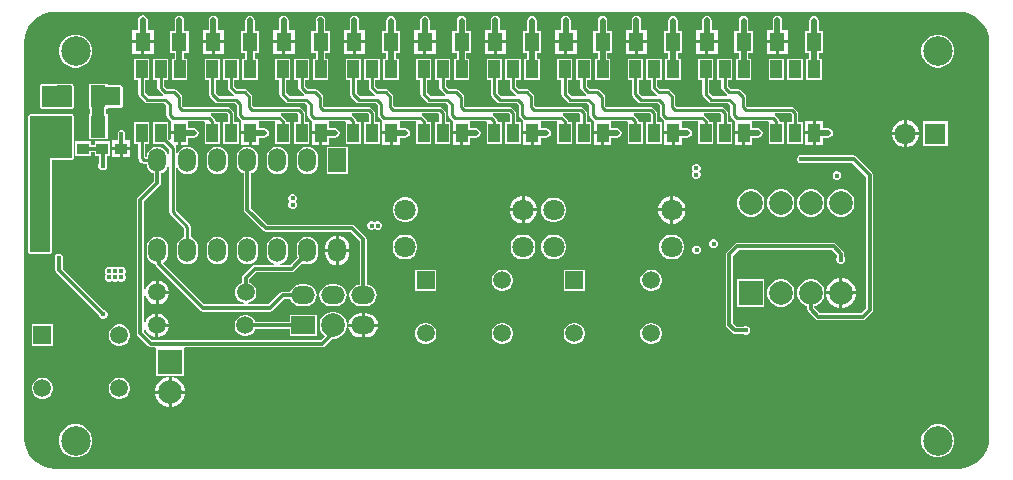
<source format=gtl>
G04*
G04 #@! TF.GenerationSoftware,Altium Limited,Altium Designer,23.7.1 (13)*
G04*
G04 Layer_Physical_Order=1*
G04 Layer_Color=255*
%FSLAX25Y25*%
%MOIN*%
G70*
G04*
G04 #@! TF.SameCoordinates,1B8C2127-6F75-47A4-92DA-DE864E6653F8*
G04*
G04*
G04 #@! TF.FilePolarity,Positive*
G04*
G01*
G75*
%ADD11C,0.01181*%
%ADD14C,0.01000*%
%ADD16R,0.03937X0.03740*%
%ADD17R,0.05118X0.07284*%
%ADD18R,0.03937X0.05906*%
%ADD19R,0.05118X0.05906*%
%ADD38C,0.01968*%
%ADD39C,0.03937*%
%ADD40R,0.09646X0.06299*%
%ADD41C,0.07087*%
%ADD42R,0.07087X0.07087*%
%ADD43O,0.07874X0.05906*%
%ADD44C,0.07874*%
%ADD45R,0.07874X0.05906*%
%ADD46R,0.07874X0.07874*%
%ADD47O,0.05906X0.07874*%
%ADD48R,0.05906X0.07874*%
%ADD49R,0.07874X0.07874*%
%ADD50R,0.05937X0.05937*%
%ADD51C,0.05937*%
%ADD52C,0.05906*%
%ADD53C,0.01772*%
%ADD54C,0.09843*%
G36*
X315973Y-2756D02*
X317893Y-3339D01*
X319663Y-4285D01*
X321214Y-5558D01*
X322487Y-7109D01*
X323433Y-8878D01*
X324015Y-10798D01*
X324210Y-12774D01*
X324190Y-12795D01*
X324190D01*
X324255Y-13287D01*
X324190Y-13780D01*
X324191Y-144187D01*
X324190Y-144685D01*
X324164Y-145174D01*
X324015Y-146682D01*
X323433Y-148602D01*
X322487Y-150372D01*
X321214Y-151923D01*
X319663Y-153196D01*
X317893Y-154141D01*
X315973Y-154724D01*
X314193Y-154899D01*
X12795D01*
X12702Y-154911D01*
X10798Y-154724D01*
X8878Y-154141D01*
X7109Y-153196D01*
X5558Y-151923D01*
X4285Y-150372D01*
X3339Y-148602D01*
X2756Y-146682D01*
X2608Y-145174D01*
X2581Y-144685D01*
X2581Y-144193D01*
X2581Y-13780D01*
X2516Y-13287D01*
X2581Y-12795D01*
X2581D01*
X2562Y-12774D01*
X2756Y-10798D01*
X3339Y-8878D01*
X4285Y-7109D01*
X5558Y-5558D01*
X7109Y-4285D01*
X8878Y-3339D01*
X10798Y-2756D01*
X12702Y-2569D01*
X12795Y-2581D01*
X313976D01*
X314069Y-2569D01*
X315973Y-2756D01*
D02*
G37*
%LPC*%
G36*
X42076Y-3883D02*
X41462Y-4005D01*
X40941Y-4353D01*
X40593Y-4874D01*
X40470Y-5488D01*
Y-8721D01*
X38537D01*
Y-12173D01*
X45655D01*
Y-8721D01*
X43682D01*
Y-5488D01*
X43559Y-4874D01*
X43211Y-4353D01*
X42690Y-4005D01*
X42076Y-3883D01*
D02*
G37*
G36*
X253615Y-3922D02*
X253001Y-4044D01*
X252480Y-4392D01*
X252132Y-4913D01*
X252010Y-5528D01*
Y-8740D01*
X250056D01*
Y-12193D01*
X257174D01*
Y-8740D01*
X255221D01*
Y-5528D01*
X255099Y-4913D01*
X254751Y-4392D01*
X254230Y-4044D01*
X253615Y-3922D01*
D02*
G37*
G36*
X230115D02*
X229501Y-4044D01*
X228980Y-4392D01*
X228632Y-4913D01*
X228510Y-5528D01*
Y-8740D01*
X226556D01*
Y-12193D01*
X233674D01*
Y-8740D01*
X231721D01*
Y-5528D01*
X231599Y-4913D01*
X231251Y-4392D01*
X230730Y-4044D01*
X230115Y-3922D01*
D02*
G37*
G36*
X206615D02*
X206001Y-4044D01*
X205480Y-4392D01*
X205132Y-4913D01*
X205010Y-5528D01*
Y-8740D01*
X203056D01*
Y-12193D01*
X210174D01*
Y-8740D01*
X208221D01*
Y-5528D01*
X208099Y-4913D01*
X207751Y-4392D01*
X207230Y-4044D01*
X206615Y-3922D01*
D02*
G37*
G36*
X183096Y-3902D02*
X182481Y-4024D01*
X181960Y-4372D01*
X181612Y-4893D01*
X181490Y-5508D01*
Y-8740D01*
X179556D01*
Y-12193D01*
X186674D01*
Y-8740D01*
X184701D01*
Y-5508D01*
X184579Y-4893D01*
X184231Y-4372D01*
X183710Y-4024D01*
X183096Y-3902D01*
D02*
G37*
G36*
X159615Y-3922D02*
X159001Y-4044D01*
X158480Y-4392D01*
X158132Y-4913D01*
X158010Y-5528D01*
Y-8740D01*
X156056D01*
Y-12193D01*
X163174D01*
Y-8740D01*
X161221D01*
Y-5528D01*
X161099Y-4913D01*
X160751Y-4392D01*
X160230Y-4044D01*
X159615Y-3922D01*
D02*
G37*
G36*
X136115D02*
X135501Y-4044D01*
X134980Y-4392D01*
X134632Y-4913D01*
X134510Y-5528D01*
Y-8740D01*
X132556D01*
Y-12193D01*
X139674D01*
Y-8740D01*
X137721D01*
Y-5528D01*
X137599Y-4913D01*
X137251Y-4392D01*
X136730Y-4044D01*
X136115Y-3922D01*
D02*
G37*
G36*
X112596Y-3902D02*
X111981Y-4024D01*
X111460Y-4372D01*
X111112Y-4893D01*
X110990Y-5508D01*
Y-8740D01*
X109056D01*
Y-12193D01*
X116174D01*
Y-8740D01*
X114201D01*
Y-5508D01*
X114079Y-4893D01*
X113731Y-4372D01*
X113210Y-4024D01*
X112596Y-3902D01*
D02*
G37*
G36*
X89096D02*
X88481Y-4024D01*
X87960Y-4372D01*
X87612Y-4893D01*
X87490Y-5508D01*
Y-8740D01*
X85556D01*
Y-12193D01*
X92674D01*
Y-8740D01*
X90701D01*
Y-5508D01*
X90579Y-4893D01*
X90231Y-4372D01*
X89710Y-4024D01*
X89096Y-3902D01*
D02*
G37*
G36*
X65596D02*
X64981Y-4024D01*
X64460Y-4372D01*
X64112Y-4893D01*
X63990Y-5508D01*
Y-8740D01*
X62056D01*
Y-12193D01*
X69174D01*
Y-8740D01*
X67201D01*
Y-5508D01*
X67079Y-4893D01*
X66731Y-4372D01*
X66210Y-4024D01*
X65596Y-3902D01*
D02*
G37*
G36*
X45655Y-13173D02*
X42596D01*
Y-16626D01*
X45655D01*
Y-13173D01*
D02*
G37*
G36*
X41596D02*
X38537D01*
Y-16626D01*
X41596D01*
Y-13173D01*
D02*
G37*
G36*
X257174Y-13193D02*
X254115D01*
Y-16646D01*
X257174D01*
Y-13193D01*
D02*
G37*
G36*
X253115D02*
X250056D01*
Y-16646D01*
X253115D01*
Y-13193D01*
D02*
G37*
G36*
X233674D02*
X230615D01*
Y-16646D01*
X233674D01*
Y-13193D01*
D02*
G37*
G36*
X229615D02*
X226556D01*
Y-16646D01*
X229615D01*
Y-13193D01*
D02*
G37*
G36*
X210174D02*
X207115D01*
Y-16646D01*
X210174D01*
Y-13193D01*
D02*
G37*
G36*
X206115D02*
X203056D01*
Y-16646D01*
X206115D01*
Y-13193D01*
D02*
G37*
G36*
X186674D02*
X183615D01*
Y-16646D01*
X186674D01*
Y-13193D01*
D02*
G37*
G36*
X182615D02*
X179556D01*
Y-16646D01*
X182615D01*
Y-13193D01*
D02*
G37*
G36*
X163174D02*
X160115D01*
Y-16646D01*
X163174D01*
Y-13193D01*
D02*
G37*
G36*
X159115D02*
X156056D01*
Y-16646D01*
X159115D01*
Y-13193D01*
D02*
G37*
G36*
X139674D02*
X136615D01*
Y-16646D01*
X139674D01*
Y-13193D01*
D02*
G37*
G36*
X135615D02*
X132556D01*
Y-16646D01*
X135615D01*
Y-13193D01*
D02*
G37*
G36*
X116174D02*
X113115D01*
Y-16646D01*
X116174D01*
Y-13193D01*
D02*
G37*
G36*
X112115D02*
X109056D01*
Y-16646D01*
X112115D01*
Y-13193D01*
D02*
G37*
G36*
X92674D02*
X89615D01*
Y-16646D01*
X92674D01*
Y-13193D01*
D02*
G37*
G36*
X88615D02*
X85556D01*
Y-16646D01*
X88615D01*
Y-13193D01*
D02*
G37*
G36*
X69174D02*
X66115D01*
Y-16646D01*
X69174D01*
Y-13193D01*
D02*
G37*
G36*
X65115D02*
X62056D01*
Y-16646D01*
X65115D01*
Y-13193D01*
D02*
G37*
G36*
X307812Y-10236D02*
X306361D01*
X304959Y-10612D01*
X303702Y-11338D01*
X302676Y-12364D01*
X301950Y-13621D01*
X301575Y-15022D01*
Y-16474D01*
X301950Y-17876D01*
X302676Y-19132D01*
X303702Y-20159D01*
X304959Y-20884D01*
X306361Y-21260D01*
X307812D01*
X309214Y-20884D01*
X310471Y-20159D01*
X311497Y-19132D01*
X312223Y-17876D01*
X312598Y-16474D01*
Y-15022D01*
X312223Y-13621D01*
X311497Y-12364D01*
X310471Y-11338D01*
X309214Y-10612D01*
X307812Y-10236D01*
D02*
G37*
G36*
X20411D02*
X18959D01*
X17558Y-10612D01*
X16301Y-11338D01*
X15274Y-12364D01*
X14549Y-13621D01*
X14173Y-15022D01*
Y-16474D01*
X14549Y-17876D01*
X15274Y-19132D01*
X16301Y-20159D01*
X17558Y-20884D01*
X18959Y-21260D01*
X20411D01*
X21813Y-20884D01*
X23069Y-20159D01*
X24096Y-19132D01*
X24821Y-17876D01*
X25197Y-16474D01*
Y-15022D01*
X24821Y-13621D01*
X24096Y-12364D01*
X23069Y-11338D01*
X21813Y-10612D01*
X20411Y-10236D01*
D02*
G37*
G36*
X195311Y-3965D02*
X194697Y-4087D01*
X194176Y-4436D01*
X193828Y-4956D01*
X193705Y-5571D01*
Y-9193D01*
X192161D01*
Y-16280D01*
X193705D01*
Y-18240D01*
X192752D01*
Y-25327D01*
X197870D01*
Y-18240D01*
X196917D01*
Y-16280D01*
X198461D01*
Y-9193D01*
X196917D01*
Y-5571D01*
X196794Y-4956D01*
X196446Y-4436D01*
X195925Y-4087D01*
X195311Y-3965D01*
D02*
G37*
G36*
X171811D02*
X171197Y-4087D01*
X170676Y-4436D01*
X170328Y-4956D01*
X170205Y-5571D01*
Y-9193D01*
X168661D01*
Y-16280D01*
X170205D01*
Y-18240D01*
X169252D01*
Y-25327D01*
X174370D01*
Y-18240D01*
X173417D01*
Y-16280D01*
X174961D01*
Y-9193D01*
X173417D01*
Y-5571D01*
X173294Y-4956D01*
X172946Y-4436D01*
X172425Y-4087D01*
X171811Y-3965D01*
D02*
G37*
G36*
X148311D02*
X147697Y-4087D01*
X147176Y-4436D01*
X146828Y-4956D01*
X146705Y-5571D01*
Y-9193D01*
X145161D01*
Y-16280D01*
X146705D01*
Y-18240D01*
X145752D01*
Y-25327D01*
X150870D01*
Y-18240D01*
X149917D01*
Y-16280D01*
X151461D01*
Y-9193D01*
X149917D01*
Y-5571D01*
X149794Y-4956D01*
X149446Y-4436D01*
X148925Y-4087D01*
X148311Y-3965D01*
D02*
G37*
G36*
X124811D02*
X124197Y-4087D01*
X123676Y-4436D01*
X123328Y-4956D01*
X123205Y-5571D01*
Y-9193D01*
X121661D01*
Y-16280D01*
X123205D01*
Y-18240D01*
X122252D01*
Y-25327D01*
X127370D01*
Y-18240D01*
X126417D01*
Y-16280D01*
X127961D01*
Y-9193D01*
X126417D01*
Y-5571D01*
X126295Y-4956D01*
X125946Y-4436D01*
X125426Y-4087D01*
X124811Y-3965D01*
D02*
G37*
G36*
X101311Y-3946D02*
X101291D01*
X100677Y-4068D01*
X100156Y-4416D01*
X99808Y-4937D01*
X99686Y-5551D01*
X99705Y-5650D01*
Y-9193D01*
X98161D01*
Y-16280D01*
X99705D01*
Y-18240D01*
X98752D01*
Y-25327D01*
X103870D01*
Y-18240D01*
X102917D01*
Y-16280D01*
X104461D01*
Y-9193D01*
X102917D01*
Y-5551D01*
X102794Y-4937D01*
X102446Y-4416D01*
X101926Y-4068D01*
X101311Y-3946D01*
D02*
G37*
G36*
X77791D02*
X77177Y-4068D01*
X76656Y-4416D01*
X76308Y-4937D01*
X76186Y-5551D01*
Y-9193D01*
X74661D01*
Y-16280D01*
X76186D01*
Y-18240D01*
X75252D01*
Y-25327D01*
X80370D01*
Y-18240D01*
X79397D01*
Y-16280D01*
X80961D01*
Y-9193D01*
X79397D01*
Y-5551D01*
X79275Y-4937D01*
X78927Y-4416D01*
X78406Y-4068D01*
X77791Y-3946D01*
D02*
G37*
G36*
X54291D02*
X53677Y-4068D01*
X53156Y-4416D01*
X52808Y-4937D01*
X52686Y-5551D01*
Y-9173D01*
X51142D01*
Y-16260D01*
X52686D01*
Y-18240D01*
X51752D01*
Y-25327D01*
X56870D01*
Y-18240D01*
X55897D01*
Y-16260D01*
X57441D01*
Y-9173D01*
X55897D01*
Y-5551D01*
X55775Y-4937D01*
X55427Y-4416D01*
X54906Y-4068D01*
X54291Y-3946D01*
D02*
G37*
G36*
X218811Y-3965D02*
X218197Y-4087D01*
X217676Y-4436D01*
X217328Y-4956D01*
X217205Y-5571D01*
Y-9193D01*
X215661D01*
Y-16280D01*
X217205D01*
Y-18240D01*
X216252D01*
Y-25327D01*
X221370D01*
Y-18240D01*
X220417D01*
Y-16280D01*
X221961D01*
Y-9193D01*
X220417D01*
Y-5571D01*
X220294Y-4956D01*
X219946Y-4436D01*
X219426Y-4087D01*
X218811Y-3965D01*
D02*
G37*
G36*
X242311D02*
X241697Y-4087D01*
X241176Y-4436D01*
X240828Y-4956D01*
X240705Y-5571D01*
Y-9193D01*
X239161D01*
Y-16280D01*
X240705D01*
Y-18241D01*
X239752D01*
Y-25327D01*
X244870D01*
Y-18241D01*
X243917D01*
Y-16280D01*
X245461D01*
Y-9193D01*
X243917D01*
Y-5571D01*
X243794Y-4956D01*
X243446Y-4436D01*
X242926Y-4087D01*
X242311Y-3965D01*
D02*
G37*
G36*
X265811D02*
X265197Y-4087D01*
X264676Y-4436D01*
X264328Y-4956D01*
X264205Y-5571D01*
Y-9193D01*
X262661D01*
Y-16280D01*
X264205D01*
Y-18241D01*
X263251D01*
Y-25327D01*
X268370D01*
Y-18241D01*
X267417D01*
Y-16280D01*
X268961D01*
Y-9193D01*
X267417D01*
Y-5571D01*
X267295Y-4956D01*
X266946Y-4436D01*
X266425Y-4087D01*
X265811Y-3965D01*
D02*
G37*
G36*
X262071Y-18241D02*
X256953D01*
Y-25327D01*
X262071D01*
Y-18241D01*
D02*
G37*
G36*
X255771D02*
X250653D01*
Y-25327D01*
X255771D01*
Y-18241D01*
D02*
G37*
G36*
X191571Y-18240D02*
X186453D01*
Y-25327D01*
X187900D01*
Y-27914D01*
X187900Y-27914D01*
X187985Y-28339D01*
X188226Y-28700D01*
X189725Y-30200D01*
X189726Y-30200D01*
X189878Y-30301D01*
X189726Y-30801D01*
X184972D01*
X183825Y-29654D01*
Y-25327D01*
X185272D01*
Y-18240D01*
X180154D01*
Y-25327D01*
X181601D01*
Y-30114D01*
X181601Y-30114D01*
X181685Y-30540D01*
X181926Y-30900D01*
X183726Y-32700D01*
X183726Y-32700D01*
X184086Y-32941D01*
X184512Y-33025D01*
X184512Y-33025D01*
X190051D01*
X190900Y-33874D01*
Y-36913D01*
X190900Y-36913D01*
X190984Y-37339D01*
X191226Y-37700D01*
X192183Y-38657D01*
X192290Y-38947D01*
X192342Y-39151D01*
X192342Y-39333D01*
Y-42543D01*
X195311D01*
Y-43043D01*
X195811D01*
Y-46996D01*
X198280D01*
Y-44649D01*
X200122D01*
X200736Y-44527D01*
X201257Y-44179D01*
X201605Y-43658D01*
X201728Y-43043D01*
X201605Y-42429D01*
X201257Y-41908D01*
X200736Y-41560D01*
X200122Y-41438D01*
X198280D01*
X198280Y-39091D01*
X198752Y-39025D01*
X203593D01*
X203653Y-39500D01*
X203653D01*
Y-46587D01*
X208771D01*
Y-39500D01*
X207622D01*
X207324Y-39114D01*
X207240Y-38688D01*
X206999Y-38328D01*
X205798Y-37127D01*
X205646Y-37025D01*
X205797Y-36525D01*
X211051D01*
X211400Y-36874D01*
Y-39500D01*
X209953D01*
Y-46587D01*
X215071D01*
Y-39500D01*
X213624D01*
Y-36413D01*
X213539Y-35988D01*
X213298Y-35627D01*
X213298Y-35627D01*
X212298Y-34627D01*
X211937Y-34386D01*
X211512Y-34301D01*
X211512Y-34301D01*
X196472D01*
X196124Y-33953D01*
Y-30913D01*
X196124Y-30913D01*
X196039Y-30488D01*
X195798Y-30127D01*
X194298Y-28627D01*
X193937Y-28386D01*
X193512Y-28301D01*
X193512Y-28302D01*
X190972D01*
X190124Y-27453D01*
Y-25327D01*
X191571D01*
Y-18240D01*
D02*
G37*
G36*
X168071D02*
X162953D01*
Y-25327D01*
X164400D01*
Y-27914D01*
X164400Y-27914D01*
X164485Y-28339D01*
X164726Y-28700D01*
X166226Y-30200D01*
X166226Y-30200D01*
X166378Y-30301D01*
X166226Y-30801D01*
X161472D01*
X160325Y-29654D01*
Y-25327D01*
X161772D01*
Y-18240D01*
X156653D01*
Y-25327D01*
X158101D01*
Y-30114D01*
X158101Y-30114D01*
X158185Y-30540D01*
X158426Y-30900D01*
X160225Y-32700D01*
X160226Y-32700D01*
X160586Y-32941D01*
X161012Y-33025D01*
X161012Y-33025D01*
X166551D01*
X167400Y-33874D01*
Y-36913D01*
X167400Y-36913D01*
X167484Y-37339D01*
X167726Y-37700D01*
X168683Y-38657D01*
X168790Y-38947D01*
X168842Y-39151D01*
X168842Y-39333D01*
Y-42543D01*
X171811D01*
Y-43043D01*
X172311D01*
Y-46996D01*
X174779D01*
Y-44649D01*
X176622D01*
X177236Y-44527D01*
X177757Y-44179D01*
X178105Y-43658D01*
X178228Y-43043D01*
X178105Y-42429D01*
X177757Y-41908D01*
X177236Y-41560D01*
X176622Y-41438D01*
X174779D01*
X174779Y-39091D01*
X175252Y-39025D01*
X180093D01*
X180154Y-39500D01*
X180154D01*
Y-46587D01*
X185272D01*
Y-39500D01*
X184122D01*
X183824Y-39114D01*
X183740Y-38688D01*
X183499Y-38328D01*
X182298Y-37127D01*
X182146Y-37025D01*
X182297Y-36525D01*
X187551D01*
X187900Y-36874D01*
Y-39500D01*
X186453D01*
Y-46587D01*
X191571D01*
Y-39500D01*
X190124D01*
Y-36413D01*
X190039Y-35988D01*
X189798Y-35627D01*
X189798Y-35627D01*
X188798Y-34627D01*
X188437Y-34386D01*
X188012Y-34301D01*
X188012Y-34301D01*
X172972D01*
X172624Y-33953D01*
Y-30913D01*
X172624Y-30913D01*
X172539Y-30488D01*
X172298Y-30127D01*
X170798Y-28627D01*
X170437Y-28386D01*
X170012Y-28301D01*
X170012Y-28302D01*
X167472D01*
X166624Y-27453D01*
Y-25327D01*
X168071D01*
Y-18240D01*
D02*
G37*
G36*
X144571D02*
X139453D01*
Y-25327D01*
X140900D01*
Y-27914D01*
X140900Y-27914D01*
X140985Y-28339D01*
X141226Y-28700D01*
X142726Y-30200D01*
X142726Y-30200D01*
X142878Y-30301D01*
X142726Y-30801D01*
X137972D01*
X136825Y-29654D01*
Y-25327D01*
X138272D01*
Y-18240D01*
X133153D01*
Y-25327D01*
X134601D01*
Y-30114D01*
X134601Y-30114D01*
X134685Y-30540D01*
X134926Y-30900D01*
X136725Y-32700D01*
X136726Y-32700D01*
X137086Y-32941D01*
X137512Y-33025D01*
X137512Y-33025D01*
X143051D01*
X143900Y-33874D01*
Y-36913D01*
X143900Y-36913D01*
X143984Y-37339D01*
X144226Y-37700D01*
X145183Y-38657D01*
X145290Y-38947D01*
X145343Y-39151D01*
X145343Y-39333D01*
Y-42543D01*
X148311D01*
Y-43043D01*
X148811D01*
Y-46996D01*
X151279D01*
Y-44649D01*
X153122D01*
X153736Y-44527D01*
X154257Y-44179D01*
X154605Y-43658D01*
X154728Y-43043D01*
X154605Y-42429D01*
X154257Y-41908D01*
X153736Y-41560D01*
X153122Y-41438D01*
X151279D01*
X151279Y-39091D01*
X151752Y-39025D01*
X156593D01*
X156653Y-39500D01*
X156653D01*
Y-46587D01*
X161772D01*
Y-39500D01*
X160622D01*
X160324Y-39114D01*
X160240Y-38688D01*
X159999Y-38328D01*
X158798Y-37127D01*
X158646Y-37025D01*
X158797Y-36525D01*
X164051D01*
X164400Y-36874D01*
Y-39500D01*
X162953D01*
Y-46587D01*
X168071D01*
Y-39500D01*
X166624D01*
Y-36413D01*
X166539Y-35988D01*
X166298Y-35627D01*
X166298Y-35627D01*
X165298Y-34627D01*
X164937Y-34386D01*
X164512Y-34301D01*
X164512Y-34301D01*
X149472D01*
X149124Y-33953D01*
Y-30913D01*
X149124Y-30913D01*
X149039Y-30488D01*
X148798Y-30127D01*
X147298Y-28627D01*
X146937Y-28386D01*
X146512Y-28301D01*
X146512Y-28302D01*
X143972D01*
X143124Y-27453D01*
Y-25327D01*
X144571D01*
Y-18240D01*
D02*
G37*
G36*
X121071D02*
X115953D01*
Y-25327D01*
X117400D01*
Y-27914D01*
X117400Y-27914D01*
X117485Y-28339D01*
X117726Y-28700D01*
X119226Y-30200D01*
X119226Y-30200D01*
X119378Y-30301D01*
X119226Y-30801D01*
X114472D01*
X113324Y-29654D01*
Y-25327D01*
X114772D01*
Y-18240D01*
X109653D01*
Y-25327D01*
X111101D01*
Y-30114D01*
X111101Y-30114D01*
X111185Y-30540D01*
X111426Y-30900D01*
X113225Y-32700D01*
X113226Y-32700D01*
X113586Y-32941D01*
X114012Y-33025D01*
X114012Y-33025D01*
X119551D01*
X120400Y-33874D01*
Y-36913D01*
X120400Y-36913D01*
X120484Y-37339D01*
X120726Y-37700D01*
X121683Y-38657D01*
X121790Y-38947D01*
X121843Y-39151D01*
X121843Y-39333D01*
Y-42543D01*
X124811D01*
Y-43043D01*
X125311D01*
Y-46996D01*
X127779D01*
Y-44649D01*
X129622D01*
X130236Y-44527D01*
X130757Y-44179D01*
X131105Y-43658D01*
X131228Y-43043D01*
X131105Y-42429D01*
X130757Y-41908D01*
X130236Y-41560D01*
X129622Y-41438D01*
X127779D01*
X127779Y-39091D01*
X128252Y-39025D01*
X133093D01*
X133153Y-39500D01*
X133153D01*
Y-46587D01*
X138272D01*
Y-39500D01*
X137122D01*
X136824Y-39114D01*
X136740Y-38688D01*
X136499Y-38328D01*
X135298Y-37127D01*
X135146Y-37025D01*
X135297Y-36525D01*
X140551D01*
X140900Y-36874D01*
Y-39500D01*
X139453D01*
Y-46587D01*
X144571D01*
Y-39500D01*
X143124D01*
Y-36413D01*
X143039Y-35988D01*
X142798Y-35627D01*
X142798Y-35627D01*
X141798Y-34627D01*
X141437Y-34386D01*
X141012Y-34301D01*
X141012Y-34301D01*
X125972D01*
X125624Y-33953D01*
Y-30913D01*
X125624Y-30913D01*
X125539Y-30488D01*
X125298Y-30127D01*
X123798Y-28627D01*
X123437Y-28386D01*
X123012Y-28301D01*
X123012Y-28302D01*
X120472D01*
X119624Y-27453D01*
Y-25327D01*
X121071D01*
Y-18240D01*
D02*
G37*
G36*
X97571D02*
X92453D01*
Y-25327D01*
X93900D01*
Y-27914D01*
X93900Y-27914D01*
X93985Y-28339D01*
X94226Y-28700D01*
X95726Y-30200D01*
X95726Y-30200D01*
X95878Y-30301D01*
X95726Y-30801D01*
X90972D01*
X89824Y-29654D01*
Y-25327D01*
X91272D01*
Y-18240D01*
X86154D01*
Y-25327D01*
X87601D01*
Y-30114D01*
X87601Y-30114D01*
X87685Y-30540D01*
X87926Y-30900D01*
X89726Y-32700D01*
X89726Y-32700D01*
X90086Y-32941D01*
X90512Y-33025D01*
X90512Y-33025D01*
X96051D01*
X96900Y-33874D01*
Y-36913D01*
X96900Y-36913D01*
X96984Y-37339D01*
X97226Y-37700D01*
X98183Y-38657D01*
X98290Y-38947D01*
X98343Y-39151D01*
X98343Y-39333D01*
Y-42543D01*
X101311D01*
Y-43043D01*
X101811D01*
Y-46996D01*
X104279D01*
Y-44649D01*
X106122D01*
X106736Y-44527D01*
X107257Y-44179D01*
X107605Y-43658D01*
X107728Y-43043D01*
X107605Y-42429D01*
X107257Y-41908D01*
X106736Y-41560D01*
X106122Y-41438D01*
X104279D01*
X104279Y-39091D01*
X104752Y-39025D01*
X109593D01*
X109653Y-39500D01*
X109653D01*
Y-46587D01*
X114772D01*
Y-39500D01*
X113622D01*
X113324Y-39114D01*
X113240Y-38688D01*
X112999Y-38328D01*
X111798Y-37127D01*
X111646Y-37025D01*
X111797Y-36525D01*
X117051D01*
X117400Y-36874D01*
Y-39500D01*
X115953D01*
Y-46587D01*
X121071D01*
Y-39500D01*
X119624D01*
Y-36413D01*
X119539Y-35988D01*
X119298Y-35627D01*
X119298Y-35627D01*
X118298Y-34627D01*
X117937Y-34386D01*
X117512Y-34301D01*
X117512Y-34301D01*
X102472D01*
X102124Y-33953D01*
Y-30913D01*
X102124Y-30913D01*
X102039Y-30488D01*
X101798Y-30127D01*
X100298Y-28627D01*
X99937Y-28386D01*
X99512Y-28301D01*
X99512Y-28302D01*
X96972D01*
X96124Y-27453D01*
Y-25327D01*
X97571D01*
Y-18240D01*
D02*
G37*
G36*
X74071D02*
X68953D01*
Y-25327D01*
X70400D01*
Y-27914D01*
X70400Y-27914D01*
X70485Y-28339D01*
X70726Y-28700D01*
X72225Y-30200D01*
X72225Y-30200D01*
X72378Y-30301D01*
X72226Y-30801D01*
X67472D01*
X66325Y-29654D01*
Y-25327D01*
X67772D01*
Y-18240D01*
X62653D01*
Y-25327D01*
X64101D01*
Y-30114D01*
X64101Y-30114D01*
X64185Y-30540D01*
X64426Y-30900D01*
X66225Y-32700D01*
X66225Y-32700D01*
X66586Y-32941D01*
X67012Y-33025D01*
X67012Y-33025D01*
X72551D01*
X73400Y-33874D01*
Y-36913D01*
X73400Y-36913D01*
X73484Y-37339D01*
X73725Y-37700D01*
X74683Y-38657D01*
X74790Y-38947D01*
X74843Y-39151D01*
X74843Y-39333D01*
Y-42543D01*
X77811D01*
Y-43043D01*
X78311D01*
Y-46996D01*
X80779D01*
Y-44649D01*
X82622D01*
X83236Y-44527D01*
X83757Y-44179D01*
X84105Y-43658D01*
X84228Y-43043D01*
X84105Y-42429D01*
X83757Y-41908D01*
X83236Y-41560D01*
X82622Y-41438D01*
X80779D01*
X80779Y-39091D01*
X81252Y-39025D01*
X86093D01*
X86154Y-39500D01*
X86154D01*
Y-46587D01*
X91272D01*
Y-39500D01*
X90122D01*
X89824Y-39114D01*
X89740Y-38688D01*
X89499Y-38328D01*
X88298Y-37127D01*
X88146Y-37025D01*
X88297Y-36525D01*
X93551D01*
X93900Y-36874D01*
Y-39500D01*
X92453D01*
Y-46587D01*
X97571D01*
Y-39500D01*
X96124D01*
Y-36413D01*
X96039Y-35988D01*
X95798Y-35627D01*
X95798Y-35627D01*
X94798Y-34627D01*
X94437Y-34386D01*
X94012Y-34301D01*
X94012Y-34301D01*
X78972D01*
X78624Y-33953D01*
Y-30913D01*
X78624Y-30913D01*
X78539Y-30488D01*
X78298Y-30127D01*
X76798Y-28627D01*
X76437Y-28386D01*
X76012Y-28301D01*
X76012Y-28302D01*
X73472D01*
X72624Y-27453D01*
Y-25327D01*
X74071D01*
Y-18240D01*
D02*
G37*
G36*
X50571D02*
X45453D01*
Y-25327D01*
X46900D01*
Y-27914D01*
X46900Y-27914D01*
X46985Y-28339D01*
X47226Y-28700D01*
X48726Y-30200D01*
X48726Y-30200D01*
X48878Y-30301D01*
X48726Y-30801D01*
X43972D01*
X42825Y-29654D01*
Y-25327D01*
X44272D01*
Y-18240D01*
X39154D01*
Y-25327D01*
X40601D01*
Y-30114D01*
X40601Y-30114D01*
X40685Y-30540D01*
X40926Y-30900D01*
X42726Y-32700D01*
X42726Y-32700D01*
X43086Y-32941D01*
X43512Y-33025D01*
X43512Y-33025D01*
X49051D01*
X49900Y-33874D01*
Y-36913D01*
X49900Y-36913D01*
X49984Y-37339D01*
X50226Y-37700D01*
X51183Y-38657D01*
X51290Y-38947D01*
X51342Y-39151D01*
X51342Y-39333D01*
Y-42543D01*
X54311D01*
Y-43043D01*
X54811D01*
Y-46996D01*
X57279D01*
Y-44649D01*
X59122D01*
X59736Y-44527D01*
X60257Y-44179D01*
X60605Y-43658D01*
X60728Y-43043D01*
X60605Y-42429D01*
X60257Y-41908D01*
X59736Y-41560D01*
X59122Y-41438D01*
X57279D01*
X57279Y-39091D01*
X57752Y-39025D01*
X62593D01*
X62653Y-39500D01*
X62653D01*
Y-46587D01*
X67772D01*
Y-39500D01*
X66622D01*
X66324Y-39114D01*
X66240Y-38688D01*
X65999Y-38328D01*
X64798Y-37127D01*
X64646Y-37025D01*
X64797Y-36525D01*
X70051D01*
X70400Y-36874D01*
Y-39500D01*
X68953D01*
Y-46587D01*
X74071D01*
Y-39500D01*
X72624D01*
Y-36413D01*
X72539Y-35988D01*
X72298Y-35627D01*
X72298Y-35627D01*
X71298Y-34627D01*
X70937Y-34386D01*
X70512Y-34301D01*
X70512Y-34301D01*
X55472D01*
X55124Y-33953D01*
Y-30913D01*
X55124Y-30913D01*
X55039Y-30488D01*
X54798Y-30127D01*
X53298Y-28627D01*
X52937Y-28386D01*
X52512Y-28301D01*
X52512Y-28302D01*
X49972D01*
X49124Y-27453D01*
Y-25327D01*
X50571D01*
Y-18240D01*
D02*
G37*
G36*
X215071Y-18240D02*
X209953D01*
Y-25327D01*
X211400D01*
Y-27914D01*
X211400Y-27914D01*
X211485Y-28339D01*
X211726Y-28700D01*
X213225Y-30200D01*
X213225Y-30200D01*
X213378Y-30302D01*
X213226Y-30802D01*
X208472D01*
X207324Y-29654D01*
Y-25327D01*
X208771D01*
Y-18240D01*
X203653D01*
Y-25327D01*
X205100D01*
Y-30114D01*
X205100Y-30114D01*
X205185Y-30540D01*
X205426Y-30901D01*
X207225Y-32700D01*
X207225Y-32700D01*
X207586Y-32941D01*
X208012Y-33026D01*
X208012Y-33026D01*
X213551D01*
X214400Y-33874D01*
Y-36913D01*
X214400Y-36914D01*
X214484Y-37339D01*
X214725Y-37700D01*
X215683Y-38657D01*
X215790Y-38947D01*
X215842Y-39151D01*
X215842Y-39334D01*
Y-42544D01*
X218811D01*
Y-43044D01*
X219311D01*
Y-46996D01*
X221779D01*
Y-44649D01*
X223622D01*
X224236Y-44527D01*
X224757Y-44179D01*
X225105Y-43658D01*
X225227Y-43044D01*
X225105Y-42429D01*
X224757Y-41908D01*
X224236Y-41560D01*
X223622Y-41438D01*
X221779D01*
X221779Y-39091D01*
X222252Y-39026D01*
X227093D01*
X227153Y-39500D01*
X227153D01*
Y-46587D01*
X232271D01*
Y-39500D01*
X231122D01*
X230824Y-39114D01*
X230739Y-38689D01*
X230499Y-38328D01*
X229298Y-37127D01*
X229146Y-37025D01*
X229297Y-36525D01*
X234551D01*
X234900Y-36874D01*
Y-39500D01*
X233453D01*
Y-46587D01*
X238571D01*
Y-39500D01*
X237123D01*
Y-36414D01*
X237039Y-35988D01*
X236798Y-35627D01*
X236798Y-35627D01*
X235798Y-34627D01*
X235437Y-34386D01*
X235012Y-34302D01*
X235012Y-34302D01*
X219972D01*
X219623Y-33953D01*
Y-30914D01*
X219624Y-30914D01*
X219539Y-30488D01*
X219298Y-30127D01*
X217798Y-28627D01*
X217437Y-28386D01*
X217012Y-28302D01*
X217012Y-28302D01*
X214472D01*
X213624Y-27453D01*
Y-25327D01*
X215071D01*
Y-18240D01*
D02*
G37*
G36*
X238571Y-18241D02*
X233453D01*
Y-25327D01*
X234900D01*
Y-27914D01*
X234900Y-27914D01*
X234984Y-28339D01*
X235225Y-28700D01*
X236725Y-30200D01*
X236725Y-30200D01*
X236878Y-30302D01*
X236726Y-30802D01*
X231972D01*
X230824Y-29654D01*
Y-25327D01*
X232271D01*
Y-18241D01*
X227153D01*
Y-25327D01*
X228600D01*
Y-30114D01*
X228600Y-30114D01*
X228685Y-30540D01*
X228926Y-30901D01*
X230725Y-32700D01*
X230725Y-32700D01*
X231086Y-32941D01*
X231511Y-33026D01*
X231511Y-33026D01*
X237051D01*
X237899Y-33874D01*
Y-36914D01*
X237899Y-36914D01*
X237984Y-37339D01*
X238225Y-37700D01*
X239182Y-38657D01*
X239289Y-38948D01*
X239342Y-39151D01*
X239342Y-39334D01*
Y-42544D01*
X242311D01*
Y-43044D01*
X242811D01*
Y-46997D01*
X245279D01*
Y-44649D01*
X247122D01*
X247736Y-44527D01*
X248257Y-44179D01*
X248605Y-43658D01*
X248727Y-43044D01*
X248605Y-42429D01*
X248257Y-41908D01*
X247736Y-41560D01*
X247122Y-41438D01*
X245279D01*
X245279Y-39091D01*
X245752Y-39026D01*
X250593D01*
X250653Y-39501D01*
X250653D01*
Y-46587D01*
X255771D01*
Y-39501D01*
X254622D01*
X254324Y-39114D01*
X254239Y-38689D01*
X253998Y-38328D01*
X252798Y-37128D01*
X252645Y-37026D01*
X252797Y-36526D01*
X258051D01*
X258400Y-36874D01*
Y-39501D01*
X256953D01*
Y-46587D01*
X262071D01*
Y-39501D01*
X260623D01*
Y-36414D01*
X260539Y-35988D01*
X260298Y-35627D01*
X260298Y-35627D01*
X259298Y-34628D01*
X258937Y-34387D01*
X258511Y-34302D01*
X258511Y-34302D01*
X243472D01*
X243123Y-33953D01*
Y-30914D01*
X243123Y-30914D01*
X243039Y-30488D01*
X242798Y-30128D01*
X241298Y-28627D01*
X240937Y-28387D01*
X240511Y-28302D01*
X240511Y-28302D01*
X237972D01*
X237124Y-27453D01*
Y-25327D01*
X238571D01*
Y-18241D01*
D02*
G37*
G36*
X18347Y-26585D02*
X8425D01*
X7973Y-26772D01*
X7786Y-27224D01*
Y-34508D01*
X7973Y-34960D01*
X8425Y-35147D01*
X18347D01*
X18464Y-35098D01*
X18937D01*
Y-34625D01*
X18986Y-34508D01*
Y-27224D01*
X18937Y-27107D01*
Y-26634D01*
X18464D01*
X18347Y-26585D01*
D02*
G37*
G36*
X265311Y-39091D02*
X262842D01*
Y-42544D01*
X265311D01*
Y-39091D01*
D02*
G37*
G36*
X296897Y-38724D02*
X296799D01*
Y-42768D01*
X300842D01*
Y-42670D01*
X300533Y-41514D01*
X299935Y-40478D01*
X299089Y-39632D01*
X298053Y-39034D01*
X296897Y-38724D01*
D02*
G37*
G36*
X295799D02*
X295701D01*
X294546Y-39034D01*
X293510Y-39632D01*
X292664Y-40478D01*
X292066Y-41514D01*
X291756Y-42670D01*
Y-42768D01*
X295799D01*
Y-38724D01*
D02*
G37*
G36*
X30354Y-26634D02*
X24055D01*
Y-35098D01*
X24624D01*
Y-36752D01*
X24055D01*
Y-45217D01*
X30354D01*
Y-36752D01*
X29786D01*
Y-35098D01*
X30354D01*
Y-34655D01*
X34685D01*
X35137Y-34468D01*
X35324Y-34016D01*
Y-27717D01*
X35137Y-27265D01*
X34685Y-27077D01*
X30354D01*
Y-26634D01*
D02*
G37*
G36*
X194811Y-43543D02*
X192342D01*
Y-46996D01*
X194811D01*
Y-43543D01*
D02*
G37*
G36*
X171311D02*
X168842D01*
Y-46996D01*
X171311D01*
Y-43543D01*
D02*
G37*
G36*
X147811D02*
X145343D01*
Y-46996D01*
X147811D01*
Y-43543D01*
D02*
G37*
G36*
X124311D02*
X121843D01*
Y-46996D01*
X124311D01*
Y-43543D01*
D02*
G37*
G36*
X100811Y-43543D02*
X98343D01*
Y-46996D01*
X100811D01*
Y-43543D01*
D02*
G37*
G36*
X77311D02*
X74843D01*
Y-46996D01*
X77311D01*
Y-43543D01*
D02*
G37*
G36*
X218311Y-43544D02*
X215842D01*
Y-46996D01*
X218311D01*
Y-43544D01*
D02*
G37*
G36*
X241811Y-43544D02*
X239342D01*
Y-46997D01*
X241811D01*
Y-43544D01*
D02*
G37*
G36*
X268779Y-39091D02*
X266311D01*
Y-43044D01*
Y-46997D01*
X268779D01*
Y-44650D01*
X270621D01*
X271236Y-44527D01*
X271757Y-44179D01*
X272105Y-43658D01*
X272227Y-43044D01*
X272105Y-42430D01*
X271757Y-41909D01*
X271236Y-41561D01*
X270621Y-41438D01*
X268779D01*
Y-39091D01*
D02*
G37*
G36*
X265311Y-43544D02*
X262842D01*
Y-46997D01*
X265311D01*
Y-43544D01*
D02*
G37*
G36*
X31142Y-45768D02*
X26024D01*
Y-47024D01*
X24744D01*
Y-45768D01*
X19626D01*
Y-50689D01*
X24744D01*
Y-49433D01*
X26024D01*
Y-50689D01*
X27575D01*
Y-53093D01*
X27528Y-53140D01*
X27303Y-53683D01*
Y-54270D01*
X27528Y-54813D01*
X27943Y-55228D01*
X28486Y-55453D01*
X29073D01*
X29616Y-55228D01*
X30031Y-54813D01*
X30256Y-54270D01*
Y-53683D01*
X30031Y-53140D01*
X29984Y-53093D01*
Y-50689D01*
X31142D01*
Y-45768D01*
D02*
G37*
G36*
X310433Y-39134D02*
X302165D01*
Y-47402D01*
X310433D01*
Y-39134D01*
D02*
G37*
G36*
X34882Y-42064D02*
X34421Y-42155D01*
X34030Y-42416D01*
X33769Y-42807D01*
X33678Y-43268D01*
Y-45358D01*
X31913D01*
Y-47728D01*
X34882D01*
X37850D01*
Y-45358D01*
X36086D01*
Y-43268D01*
X35994Y-42807D01*
X35733Y-42416D01*
X35343Y-42155D01*
X34882Y-42064D01*
D02*
G37*
G36*
X300842Y-43768D02*
X296799D01*
Y-47811D01*
X296897D01*
X298053Y-47501D01*
X299089Y-46903D01*
X299935Y-46057D01*
X300533Y-45021D01*
X300842Y-43866D01*
Y-43768D01*
D02*
G37*
G36*
X295799D02*
X291756D01*
Y-43866D01*
X292066Y-45021D01*
X292664Y-46057D01*
X293510Y-46903D01*
X294546Y-47501D01*
X295701Y-47811D01*
X295799D01*
Y-43768D01*
D02*
G37*
G36*
X50571Y-39500D02*
X45453D01*
Y-46587D01*
X48999D01*
X50935Y-48523D01*
Y-50933D01*
X50435Y-50966D01*
X50342Y-50256D01*
X49985Y-49394D01*
X49417Y-48654D01*
X48677Y-48086D01*
X47815Y-47729D01*
X46890Y-47607D01*
X45965Y-47729D01*
X45103Y-48086D01*
X44363Y-48654D01*
X43795Y-49394D01*
X43438Y-50256D01*
X43333Y-51053D01*
X42825D01*
Y-46587D01*
X44272D01*
Y-39500D01*
X39154D01*
Y-46587D01*
X40601D01*
Y-51516D01*
X40601Y-51516D01*
X40685Y-51941D01*
X40926Y-52302D01*
X41576Y-52952D01*
X41576Y-52952D01*
X41937Y-53193D01*
X42362Y-53277D01*
X43333D01*
X43438Y-54075D01*
X43795Y-54936D01*
X44363Y-55677D01*
X45103Y-56245D01*
X45685Y-56486D01*
Y-59147D01*
X40369Y-64463D01*
X40108Y-64854D01*
X40016Y-65315D01*
X40016Y-65315D01*
Y-109764D01*
X40016Y-109764D01*
X40108Y-110225D01*
X40369Y-110615D01*
X43952Y-114198D01*
X44342Y-114459D01*
X44803Y-114551D01*
X44803Y-114551D01*
X46302D01*
X46614Y-114921D01*
X46614Y-115051D01*
Y-123976D01*
X55669D01*
Y-115051D01*
X55669Y-114921D01*
X55982Y-114551D01*
X101850D01*
X101850Y-114551D01*
X102311Y-114459D01*
X102702Y-114198D01*
X105083Y-111817D01*
X105192Y-111653D01*
X106108D01*
X107259Y-111345D01*
X108292Y-110749D01*
X109135Y-109906D01*
X109731Y-108874D01*
X110039Y-107722D01*
Y-106530D01*
X109731Y-105378D01*
X109135Y-104346D01*
X108292Y-103503D01*
X107259Y-102907D01*
X106108Y-102598D01*
X104916D01*
X103764Y-102907D01*
X102732Y-103503D01*
X101889Y-104346D01*
X101293Y-105378D01*
X100984Y-106530D01*
Y-107722D01*
X101293Y-108874D01*
X101889Y-109906D01*
X102732Y-110749D01*
X102733Y-110760D01*
X101352Y-112142D01*
X45302D01*
X42425Y-109265D01*
Y-108333D01*
X42925Y-108267D01*
X43049Y-108730D01*
X43569Y-109632D01*
X44305Y-110368D01*
X45207Y-110888D01*
X46212Y-111158D01*
X46232D01*
Y-107205D01*
Y-103252D01*
X46212D01*
X45207Y-103521D01*
X44305Y-104042D01*
X43569Y-104778D01*
X43049Y-105679D01*
X42925Y-106142D01*
X42425Y-106077D01*
Y-97055D01*
X42925Y-96989D01*
X43128Y-97746D01*
X43648Y-98647D01*
X44384Y-99383D01*
X45285Y-99904D01*
X46291Y-100173D01*
X46311D01*
Y-96220D01*
Y-92268D01*
X46291D01*
X45285Y-92537D01*
X44384Y-93058D01*
X43648Y-93793D01*
X43128Y-94695D01*
X42925Y-95452D01*
X42425Y-95386D01*
Y-65814D01*
X47741Y-60497D01*
X47741Y-60497D01*
X48002Y-60106D01*
X48094Y-59646D01*
X48094Y-59646D01*
Y-56486D01*
X48677Y-56245D01*
X49417Y-55677D01*
X49985Y-54936D01*
X50342Y-54075D01*
X50435Y-53365D01*
X50935Y-53397D01*
Y-69409D01*
X50935Y-69409D01*
X51020Y-69835D01*
X51261Y-70196D01*
X55778Y-74713D01*
Y-77806D01*
X55103Y-78086D01*
X54363Y-78654D01*
X53795Y-79394D01*
X53438Y-80256D01*
X53316Y-81181D01*
Y-83150D01*
X53438Y-84075D01*
X53795Y-84936D01*
X54363Y-85677D01*
X55103Y-86245D01*
X55965Y-86602D01*
X56890Y-86724D01*
X57815Y-86602D01*
X58677Y-86245D01*
X59417Y-85677D01*
X59985Y-84936D01*
X60342Y-84075D01*
X60464Y-83150D01*
Y-81181D01*
X60342Y-80256D01*
X59985Y-79394D01*
X59417Y-78654D01*
X58677Y-78086D01*
X58002Y-77806D01*
Y-74252D01*
X58002Y-74252D01*
X57917Y-73826D01*
X57676Y-73466D01*
X57676Y-73466D01*
X53159Y-68949D01*
Y-54709D01*
X53659Y-54609D01*
X53795Y-54936D01*
X54363Y-55677D01*
X55103Y-56245D01*
X55965Y-56602D01*
X56890Y-56723D01*
X57815Y-56602D01*
X58677Y-56245D01*
X59417Y-55677D01*
X59985Y-54936D01*
X60342Y-54075D01*
X60464Y-53150D01*
Y-51181D01*
X60342Y-50256D01*
X59985Y-49394D01*
X59417Y-48654D01*
X58677Y-48086D01*
X57815Y-47729D01*
X56890Y-47607D01*
X55965Y-47729D01*
X55103Y-48086D01*
X54363Y-48654D01*
X53795Y-49394D01*
X53659Y-49721D01*
X53159Y-49622D01*
Y-48063D01*
X53075Y-47637D01*
X52980Y-47496D01*
X53245Y-46996D01*
X53811D01*
Y-43543D01*
X51342D01*
Y-45037D01*
X50885Y-45235D01*
X50571Y-44980D01*
Y-39500D01*
D02*
G37*
G36*
X37850Y-48728D02*
X35382D01*
Y-51098D01*
X37850D01*
Y-48728D01*
D02*
G37*
G36*
X34382D02*
X31913D01*
Y-51098D01*
X34382D01*
Y-48728D01*
D02*
G37*
G36*
X110433Y-47638D02*
X103347D01*
Y-56693D01*
X110433D01*
Y-47638D01*
D02*
G37*
G36*
X96890Y-47607D02*
X95965Y-47729D01*
X95103Y-48086D01*
X94363Y-48654D01*
X93795Y-49394D01*
X93438Y-50256D01*
X93316Y-51181D01*
Y-53150D01*
X93438Y-54075D01*
X93795Y-54936D01*
X94363Y-55677D01*
X95103Y-56245D01*
X95965Y-56602D01*
X96890Y-56723D01*
X97815Y-56602D01*
X98677Y-56245D01*
X99417Y-55677D01*
X99985Y-54936D01*
X100342Y-54075D01*
X100464Y-53150D01*
Y-51181D01*
X100342Y-50256D01*
X99985Y-49394D01*
X99417Y-48654D01*
X98677Y-48086D01*
X97815Y-47729D01*
X96890Y-47607D01*
D02*
G37*
G36*
X86890D02*
X85965Y-47729D01*
X85103Y-48086D01*
X84363Y-48654D01*
X83795Y-49394D01*
X83438Y-50256D01*
X83316Y-51181D01*
Y-53150D01*
X83438Y-54075D01*
X83795Y-54936D01*
X84363Y-55677D01*
X85103Y-56245D01*
X85965Y-56602D01*
X86890Y-56723D01*
X87815Y-56602D01*
X88677Y-56245D01*
X89417Y-55677D01*
X89985Y-54936D01*
X90342Y-54075D01*
X90464Y-53150D01*
Y-51181D01*
X90342Y-50256D01*
X89985Y-49394D01*
X89417Y-48654D01*
X88677Y-48086D01*
X87815Y-47729D01*
X86890Y-47607D01*
D02*
G37*
G36*
X66890D02*
X65965Y-47729D01*
X65103Y-48086D01*
X64363Y-48654D01*
X63795Y-49394D01*
X63438Y-50256D01*
X63316Y-51181D01*
Y-53150D01*
X63438Y-54075D01*
X63795Y-54936D01*
X64363Y-55677D01*
X65103Y-56245D01*
X65965Y-56602D01*
X66890Y-56723D01*
X67815Y-56602D01*
X68677Y-56245D01*
X69417Y-55677D01*
X69985Y-54936D01*
X70342Y-54075D01*
X70464Y-53150D01*
Y-51181D01*
X70342Y-50256D01*
X69985Y-49394D01*
X69417Y-48654D01*
X68677Y-48086D01*
X67815Y-47729D01*
X66890Y-47607D01*
D02*
G37*
G36*
X226790Y-53366D02*
X226202D01*
X225660Y-53591D01*
X225244Y-54006D01*
X225020Y-54549D01*
Y-55136D01*
X225244Y-55679D01*
X225432Y-55866D01*
X225244Y-56054D01*
X225020Y-56596D01*
Y-57183D01*
X225244Y-57726D01*
X225660Y-58141D01*
X226202Y-58366D01*
X226790D01*
X227332Y-58141D01*
X227748Y-57726D01*
X227972Y-57183D01*
Y-56596D01*
X227748Y-56054D01*
X227560Y-55866D01*
X227748Y-55679D01*
X227972Y-55136D01*
Y-54549D01*
X227748Y-54006D01*
X227332Y-53591D01*
X226790Y-53366D01*
D02*
G37*
G36*
X273758Y-55768D02*
X273171D01*
X272628Y-55993D01*
X272213Y-56408D01*
X271988Y-56950D01*
Y-57538D01*
X272213Y-58080D01*
X272628Y-58496D01*
X273171Y-58720D01*
X273758D01*
X274301Y-58496D01*
X274716Y-58080D01*
X274941Y-57538D01*
Y-56950D01*
X274716Y-56408D01*
X274301Y-55993D01*
X273758Y-55768D01*
D02*
G37*
G36*
X169488Y-64114D02*
X169390D01*
Y-68158D01*
X173433D01*
Y-68059D01*
X173124Y-66904D01*
X172525Y-65868D01*
X171679Y-65022D01*
X170643Y-64424D01*
X169488Y-64114D01*
D02*
G37*
G36*
X168390D02*
X168292D01*
X167136Y-64424D01*
X166100Y-65022D01*
X165254Y-65868D01*
X164656Y-66904D01*
X164347Y-68059D01*
Y-68158D01*
X168390D01*
Y-64114D01*
D02*
G37*
G36*
X219019Y-64154D02*
X218921D01*
Y-68197D01*
X222965D01*
Y-68099D01*
X222655Y-66943D01*
X222057Y-65907D01*
X221211Y-65061D01*
X220175Y-64463D01*
X219019Y-64154D01*
D02*
G37*
G36*
X217921D02*
X217823D01*
X216668Y-64463D01*
X215632Y-65061D01*
X214786Y-65907D01*
X214188Y-66943D01*
X213878Y-68099D01*
Y-68197D01*
X217921D01*
Y-64154D01*
D02*
G37*
G36*
X92341Y-63406D02*
X91754D01*
X91211Y-63630D01*
X90796Y-64046D01*
X90571Y-64588D01*
Y-65176D01*
X90796Y-65718D01*
X90983Y-65905D01*
X90796Y-66093D01*
X90571Y-66636D01*
Y-67223D01*
X90796Y-67765D01*
X91211Y-68181D01*
X91754Y-68405D01*
X92341D01*
X92883Y-68181D01*
X93299Y-67765D01*
X93524Y-67223D01*
Y-66636D01*
X93299Y-66093D01*
X93111Y-65905D01*
X93299Y-65718D01*
X93524Y-65176D01*
Y-64588D01*
X93299Y-64046D01*
X92883Y-63630D01*
X92341Y-63406D01*
D02*
G37*
G36*
X275360Y-61850D02*
X274168D01*
X273016Y-62159D01*
X271984Y-62755D01*
X271141Y-63598D01*
X270545Y-64630D01*
X270236Y-65782D01*
Y-66974D01*
X270545Y-68125D01*
X271141Y-69158D01*
X271984Y-70001D01*
X273016Y-70597D01*
X274168Y-70906D01*
X275360D01*
X276511Y-70597D01*
X277544Y-70001D01*
X278387Y-69158D01*
X278983Y-68125D01*
X279291Y-66974D01*
Y-65782D01*
X278983Y-64630D01*
X278387Y-63598D01*
X277544Y-62755D01*
X276511Y-62159D01*
X275360Y-61850D01*
D02*
G37*
G36*
X265360D02*
X264168D01*
X263016Y-62159D01*
X261984Y-62755D01*
X261141Y-63598D01*
X260545Y-64630D01*
X260236Y-65782D01*
Y-66974D01*
X260545Y-68125D01*
X261141Y-69158D01*
X261984Y-70001D01*
X263016Y-70597D01*
X264168Y-70906D01*
X265360D01*
X266511Y-70597D01*
X267544Y-70001D01*
X268387Y-69158D01*
X268983Y-68125D01*
X269291Y-66974D01*
Y-65782D01*
X268983Y-64630D01*
X268387Y-63598D01*
X267544Y-62755D01*
X266511Y-62159D01*
X265360Y-61850D01*
D02*
G37*
G36*
X255360D02*
X254168D01*
X253016Y-62159D01*
X251984Y-62755D01*
X251141Y-63598D01*
X250545Y-64630D01*
X250236Y-65782D01*
Y-66974D01*
X250545Y-68125D01*
X251141Y-69158D01*
X251984Y-70001D01*
X253016Y-70597D01*
X254168Y-70906D01*
X255360D01*
X256511Y-70597D01*
X257544Y-70001D01*
X258387Y-69158D01*
X258983Y-68125D01*
X259291Y-66974D01*
Y-65782D01*
X258983Y-64630D01*
X258387Y-63598D01*
X257544Y-62755D01*
X256511Y-62159D01*
X255360Y-61850D01*
D02*
G37*
G36*
X245360D02*
X244168D01*
X243016Y-62159D01*
X241984Y-62755D01*
X241141Y-63598D01*
X240545Y-64630D01*
X240236Y-65782D01*
Y-66974D01*
X240545Y-68125D01*
X241141Y-69158D01*
X241984Y-70001D01*
X243016Y-70597D01*
X244168Y-70906D01*
X245360D01*
X246511Y-70597D01*
X247544Y-70001D01*
X248387Y-69158D01*
X248983Y-68125D01*
X249291Y-66974D01*
Y-65782D01*
X248983Y-64630D01*
X248387Y-63598D01*
X247544Y-62755D01*
X246511Y-62159D01*
X245360Y-61850D01*
D02*
G37*
G36*
X130064Y-64524D02*
X128975D01*
X127924Y-64805D01*
X126981Y-65350D01*
X126212Y-66119D01*
X125668Y-67062D01*
X125386Y-68113D01*
Y-69202D01*
X125668Y-70253D01*
X126212Y-71196D01*
X126981Y-71965D01*
X127924Y-72510D01*
X128975Y-72791D01*
X130064D01*
X131115Y-72510D01*
X132058Y-71965D01*
X132828Y-71196D01*
X133372Y-70253D01*
X133653Y-69202D01*
Y-68113D01*
X133372Y-67062D01*
X132828Y-66119D01*
X132058Y-65350D01*
X131115Y-64805D01*
X130064Y-64524D01*
D02*
G37*
G36*
X179595Y-64563D02*
X178507D01*
X177456Y-64845D01*
X176513Y-65389D01*
X175743Y-66159D01*
X175199Y-67101D01*
X174917Y-68153D01*
Y-69241D01*
X175199Y-70293D01*
X175743Y-71235D01*
X176513Y-72005D01*
X177456Y-72549D01*
X178507Y-72831D01*
X179595D01*
X180647Y-72549D01*
X181589Y-72005D01*
X182359Y-71235D01*
X182903Y-70293D01*
X183185Y-69241D01*
Y-68153D01*
X182903Y-67101D01*
X182359Y-66159D01*
X181589Y-65389D01*
X180647Y-64845D01*
X179595Y-64563D01*
D02*
G37*
G36*
X120648Y-72421D02*
X120061D01*
X119518Y-72646D01*
X119331Y-72833D01*
X119143Y-72646D01*
X118601Y-72421D01*
X118013D01*
X117471Y-72646D01*
X117055Y-73061D01*
X116831Y-73604D01*
Y-74191D01*
X117055Y-74734D01*
X117471Y-75149D01*
X118013Y-75374D01*
X118601D01*
X119143Y-75149D01*
X119331Y-74962D01*
X119518Y-75149D01*
X120061Y-75374D01*
X120648D01*
X121191Y-75149D01*
X121606Y-74734D01*
X121831Y-74191D01*
Y-73604D01*
X121606Y-73061D01*
X121191Y-72646D01*
X120648Y-72421D01*
D02*
G37*
G36*
X173433Y-69157D02*
X169390D01*
Y-73201D01*
X169488D01*
X170643Y-72891D01*
X171679Y-72293D01*
X172525Y-71447D01*
X173124Y-70411D01*
X173433Y-69256D01*
Y-69157D01*
D02*
G37*
G36*
X168390D02*
X164347D01*
Y-69256D01*
X164656Y-70411D01*
X165254Y-71447D01*
X166100Y-72293D01*
X167136Y-72891D01*
X168292Y-73201D01*
X168390D01*
Y-69157D01*
D02*
G37*
G36*
X222965Y-69197D02*
X218921D01*
Y-73240D01*
X219019D01*
X220175Y-72931D01*
X221211Y-72332D01*
X222057Y-71487D01*
X222655Y-70451D01*
X222965Y-69295D01*
Y-69197D01*
D02*
G37*
G36*
X217921D02*
X213878D01*
Y-69295D01*
X214188Y-70451D01*
X214786Y-71487D01*
X215632Y-72332D01*
X216668Y-72931D01*
X217823Y-73240D01*
X217921D01*
Y-69197D01*
D02*
G37*
G36*
X272363Y-79662D02*
X272363Y-79662D01*
X240158D01*
X240158Y-79662D01*
X239697Y-79754D01*
X239306Y-80015D01*
X236668Y-82652D01*
X236407Y-83043D01*
X236315Y-83504D01*
X236315Y-83504D01*
Y-106890D01*
X236315Y-106890D01*
X236407Y-107351D01*
X236668Y-107741D01*
X238597Y-109670D01*
X238597Y-109670D01*
X238988Y-109932D01*
X239449Y-110023D01*
X239449Y-110023D01*
X242227D01*
X242274Y-110071D01*
X242817Y-110295D01*
X243404D01*
X243947Y-110071D01*
X244362Y-109655D01*
X244587Y-109113D01*
Y-108525D01*
X244362Y-107983D01*
X243947Y-107567D01*
X243404Y-107343D01*
X242817D01*
X242274Y-107567D01*
X242227Y-107615D01*
X239948D01*
X238724Y-106391D01*
Y-84003D01*
X240656Y-82070D01*
X271864D01*
X273559Y-83766D01*
Y-84353D01*
X273512Y-84400D01*
X273287Y-84943D01*
Y-85530D01*
X273512Y-86072D01*
X273927Y-86488D01*
X274470Y-86713D01*
X275058D01*
X275600Y-86488D01*
X276015Y-86072D01*
X276240Y-85530D01*
Y-84943D01*
X276015Y-84400D01*
X275968Y-84353D01*
Y-83267D01*
X275876Y-82806D01*
X275615Y-82416D01*
X273214Y-80015D01*
X272824Y-79754D01*
X272363Y-79662D01*
D02*
G37*
G36*
X232616Y-78524D02*
X232029D01*
X231487Y-78748D01*
X231071Y-79164D01*
X230847Y-79706D01*
Y-80294D01*
X231071Y-80836D01*
X231487Y-81252D01*
X232029Y-81476D01*
X232616D01*
X233159Y-81252D01*
X233574Y-80836D01*
X233799Y-80294D01*
Y-79706D01*
X233574Y-79164D01*
X233159Y-78748D01*
X232616Y-78524D01*
D02*
G37*
G36*
X107390Y-77260D02*
Y-81665D01*
X110877D01*
Y-81181D01*
X110741Y-80149D01*
X110343Y-79188D01*
X109709Y-78362D01*
X108883Y-77728D01*
X107922Y-77330D01*
X107390Y-77260D01*
D02*
G37*
G36*
X106390Y-77260D02*
X105858Y-77330D01*
X104896Y-77728D01*
X104071Y-78362D01*
X103437Y-79188D01*
X103039Y-80149D01*
X102903Y-81181D01*
Y-81665D01*
X106390D01*
Y-77260D01*
D02*
G37*
G36*
X18347Y-36703D02*
X4567D01*
X4115Y-36891D01*
X3928Y-37343D01*
Y-82598D01*
X4115Y-83050D01*
X4567Y-83238D01*
X11181D01*
X11633Y-83050D01*
X11820Y-82598D01*
Y-52135D01*
X18347D01*
X18798Y-51948D01*
X18986Y-51496D01*
Y-44626D01*
Y-37343D01*
X18937Y-37225D01*
Y-36752D01*
X18464D01*
X18347Y-36703D01*
D02*
G37*
G36*
X226987Y-80571D02*
X226399D01*
X225857Y-80796D01*
X225441Y-81211D01*
X225217Y-81753D01*
Y-82341D01*
X225441Y-82884D01*
X225857Y-83299D01*
X226399Y-83524D01*
X226987D01*
X227529Y-83299D01*
X227944Y-82884D01*
X228169Y-82341D01*
Y-81753D01*
X227944Y-81211D01*
X227529Y-80796D01*
X226987Y-80571D01*
D02*
G37*
G36*
X218926Y-76925D02*
X217838D01*
X216786Y-77207D01*
X215844Y-77751D01*
X215074Y-78521D01*
X214530Y-79463D01*
X214248Y-80515D01*
Y-81603D01*
X214530Y-82655D01*
X215074Y-83597D01*
X215844Y-84367D01*
X216786Y-84911D01*
X217838Y-85193D01*
X218926D01*
X219977Y-84911D01*
X220920Y-84367D01*
X221690Y-83597D01*
X222234Y-82655D01*
X222516Y-81603D01*
Y-80515D01*
X222234Y-79463D01*
X221690Y-78521D01*
X220920Y-77751D01*
X219977Y-77207D01*
X218926Y-76925D01*
D02*
G37*
G36*
X179556D02*
X178468D01*
X177416Y-77207D01*
X176474Y-77751D01*
X175704Y-78521D01*
X175160Y-79463D01*
X174878Y-80515D01*
Y-81603D01*
X175160Y-82655D01*
X175704Y-83597D01*
X176474Y-84367D01*
X177416Y-84911D01*
X178468Y-85193D01*
X179556D01*
X180607Y-84911D01*
X181550Y-84367D01*
X182320Y-83597D01*
X182864Y-82655D01*
X183146Y-81603D01*
Y-80515D01*
X182864Y-79463D01*
X182320Y-78521D01*
X181550Y-77751D01*
X180607Y-77207D01*
X179556Y-76925D01*
D02*
G37*
G36*
X169355D02*
X168267D01*
X167215Y-77207D01*
X166273Y-77751D01*
X165503Y-78521D01*
X164959Y-79463D01*
X164677Y-80515D01*
Y-81603D01*
X164959Y-82655D01*
X165503Y-83597D01*
X166273Y-84367D01*
X167215Y-84911D01*
X168267Y-85193D01*
X169355D01*
X170407Y-84911D01*
X171349Y-84367D01*
X172119Y-83597D01*
X172663Y-82655D01*
X172945Y-81603D01*
Y-80515D01*
X172663Y-79463D01*
X172119Y-78521D01*
X171349Y-77751D01*
X170407Y-77207D01*
X169355Y-76925D01*
D02*
G37*
G36*
X129985D02*
X128897D01*
X127845Y-77207D01*
X126903Y-77751D01*
X126133Y-78521D01*
X125589Y-79463D01*
X125307Y-80515D01*
Y-81603D01*
X125589Y-82655D01*
X126133Y-83597D01*
X126903Y-84367D01*
X127845Y-84911D01*
X128897Y-85193D01*
X129985D01*
X131037Y-84911D01*
X131979Y-84367D01*
X132749Y-83597D01*
X133293Y-82655D01*
X133575Y-81603D01*
Y-80515D01*
X133293Y-79463D01*
X132749Y-78521D01*
X131979Y-77751D01*
X131037Y-77207D01*
X129985Y-76925D01*
D02*
G37*
G36*
X76890Y-77607D02*
X75965Y-77729D01*
X75103Y-78086D01*
X74363Y-78654D01*
X73795Y-79394D01*
X73438Y-80256D01*
X73316Y-81181D01*
Y-83150D01*
X73438Y-84075D01*
X73795Y-84936D01*
X74363Y-85677D01*
X75103Y-86245D01*
X75965Y-86602D01*
X76890Y-86724D01*
X77815Y-86602D01*
X78677Y-86245D01*
X79417Y-85677D01*
X79985Y-84936D01*
X80342Y-84075D01*
X80464Y-83150D01*
Y-81181D01*
X80342Y-80256D01*
X79985Y-79394D01*
X79417Y-78654D01*
X78677Y-78086D01*
X77815Y-77729D01*
X76890Y-77607D01*
D02*
G37*
G36*
X66890D02*
X65965Y-77729D01*
X65103Y-78086D01*
X64363Y-78654D01*
X63795Y-79394D01*
X63438Y-80256D01*
X63316Y-81181D01*
Y-83150D01*
X63438Y-84075D01*
X63795Y-84936D01*
X64363Y-85677D01*
X65103Y-86245D01*
X65965Y-86602D01*
X66890Y-86724D01*
X67815Y-86602D01*
X68677Y-86245D01*
X69417Y-85677D01*
X69985Y-84936D01*
X70342Y-84075D01*
X70464Y-83150D01*
Y-81181D01*
X70342Y-80256D01*
X69985Y-79394D01*
X69417Y-78654D01*
X68677Y-78086D01*
X67815Y-77729D01*
X66890Y-77607D01*
D02*
G37*
G36*
X96890D02*
X95965Y-77729D01*
X95103Y-78086D01*
X94363Y-78654D01*
X93795Y-79394D01*
X93438Y-80256D01*
X93316Y-81181D01*
Y-83150D01*
X93438Y-84075D01*
X93650Y-84586D01*
X91172Y-87063D01*
X88007D01*
X87907Y-86563D01*
X88677Y-86245D01*
X89417Y-85677D01*
X89985Y-84936D01*
X90342Y-84075D01*
X90464Y-83150D01*
Y-81181D01*
X90342Y-80256D01*
X89985Y-79394D01*
X89417Y-78654D01*
X88677Y-78086D01*
X87815Y-77729D01*
X86890Y-77607D01*
X85965Y-77729D01*
X85103Y-78086D01*
X84363Y-78654D01*
X83795Y-79394D01*
X83438Y-80256D01*
X83316Y-81181D01*
Y-83150D01*
X83438Y-84075D01*
X83795Y-84936D01*
X84363Y-85677D01*
X85103Y-86245D01*
X85873Y-86563D01*
X85773Y-87063D01*
X79449D01*
X78988Y-87155D01*
X78597Y-87416D01*
X78597Y-87416D01*
X75487Y-90526D01*
X75226Y-90917D01*
X75134Y-91378D01*
X75134Y-91378D01*
Y-92875D01*
X74971Y-92919D01*
X74163Y-93385D01*
X73503Y-94045D01*
X73037Y-94853D01*
X72795Y-95754D01*
Y-96687D01*
X73037Y-97588D01*
X73503Y-98396D01*
X74163Y-99056D01*
X74971Y-99522D01*
X75683Y-99713D01*
X75617Y-100213D01*
X62546D01*
X48967Y-86634D01*
X49005Y-85993D01*
X49417Y-85677D01*
X49985Y-84936D01*
X50342Y-84075D01*
X50464Y-83150D01*
Y-81181D01*
X50342Y-80256D01*
X49985Y-79394D01*
X49417Y-78654D01*
X48677Y-78086D01*
X47815Y-77729D01*
X46890Y-77607D01*
X45965Y-77729D01*
X45103Y-78086D01*
X44363Y-78654D01*
X43795Y-79394D01*
X43438Y-80256D01*
X43316Y-81181D01*
Y-83150D01*
X43438Y-84075D01*
X43795Y-84936D01*
X44363Y-85677D01*
X45103Y-86245D01*
X45965Y-86602D01*
X46290Y-86864D01*
X46382Y-87325D01*
X46643Y-87716D01*
X61196Y-102269D01*
X61196Y-102269D01*
X61586Y-102530D01*
X62047Y-102622D01*
X62047Y-102622D01*
X84370D01*
X84370Y-102622D01*
X84831Y-102530D01*
X85222Y-102269D01*
X89160Y-98330D01*
X91191D01*
X91432Y-98913D01*
X92000Y-99653D01*
X92741Y-100221D01*
X93603Y-100578D01*
X94528Y-100700D01*
X96496D01*
X97421Y-100578D01*
X98283Y-100221D01*
X99023Y-99653D01*
X99591Y-98913D01*
X99948Y-98051D01*
X100070Y-97126D01*
X99948Y-96201D01*
X99591Y-95339D01*
X99023Y-94599D01*
X98283Y-94031D01*
X97421Y-93674D01*
X96496Y-93552D01*
X94528D01*
X93603Y-93674D01*
X92741Y-94031D01*
X92000Y-94599D01*
X91432Y-95339D01*
X91191Y-95922D01*
X88661D01*
X88201Y-96013D01*
X87810Y-96275D01*
X83871Y-100213D01*
X77060D01*
X76994Y-99713D01*
X77706Y-99522D01*
X78514Y-99056D01*
X79174Y-98396D01*
X79640Y-97588D01*
X79882Y-96687D01*
Y-95754D01*
X79640Y-94853D01*
X79174Y-94045D01*
X78514Y-93385D01*
X77706Y-92919D01*
X77543Y-92875D01*
Y-91877D01*
X79948Y-89472D01*
X91671D01*
X91671Y-89472D01*
X92132Y-89380D01*
X92523Y-89119D01*
X95311Y-86331D01*
X95965Y-86602D01*
X96890Y-86724D01*
X97815Y-86602D01*
X98677Y-86245D01*
X99417Y-85677D01*
X99985Y-84936D01*
X100342Y-84075D01*
X100464Y-83150D01*
Y-81181D01*
X100342Y-80256D01*
X99985Y-79394D01*
X99417Y-78654D01*
X98677Y-78086D01*
X97815Y-77729D01*
X96890Y-77607D01*
D02*
G37*
G36*
X110877Y-82665D02*
X107390D01*
Y-87071D01*
X107922Y-87001D01*
X108883Y-86602D01*
X109709Y-85969D01*
X110343Y-85143D01*
X110741Y-84181D01*
X110877Y-83150D01*
Y-82665D01*
D02*
G37*
G36*
X106390D02*
X102903D01*
Y-83150D01*
X103039Y-84181D01*
X103437Y-85143D01*
X104071Y-85969D01*
X104896Y-86602D01*
X105858Y-87001D01*
X106390Y-87071D01*
Y-82665D01*
D02*
G37*
G36*
X35215Y-87638D02*
X34628D01*
X34085Y-87862D01*
X33898Y-88050D01*
X33710Y-87862D01*
X33168Y-87638D01*
X32580D01*
X32038Y-87862D01*
X31850Y-88050D01*
X31663Y-87862D01*
X31120Y-87638D01*
X30533D01*
X29991Y-87862D01*
X29575Y-88278D01*
X29350Y-88820D01*
Y-89408D01*
X29575Y-89950D01*
X29763Y-90137D01*
X29575Y-90325D01*
X29350Y-90868D01*
Y-91455D01*
X29575Y-91997D01*
X29991Y-92413D01*
X30533Y-92637D01*
X31120D01*
X31663Y-92413D01*
X31850Y-92225D01*
X32038Y-92413D01*
X32580Y-92637D01*
X33168D01*
X33710Y-92413D01*
X33898Y-92225D01*
X34085Y-92413D01*
X34628Y-92637D01*
X35215D01*
X35757Y-92413D01*
X36173Y-91997D01*
X36398Y-91455D01*
Y-90868D01*
X36173Y-90325D01*
X35985Y-90137D01*
X36173Y-89950D01*
X36398Y-89408D01*
Y-88820D01*
X36173Y-88278D01*
X35757Y-87862D01*
X35215Y-87638D01*
D02*
G37*
G36*
X211961Y-88602D02*
X211024D01*
X210118Y-88845D01*
X209307Y-89314D01*
X208644Y-89976D01*
X208176Y-90788D01*
X207933Y-91693D01*
Y-92630D01*
X208176Y-93535D01*
X208644Y-94347D01*
X209307Y-95009D01*
X210118Y-95478D01*
X211024Y-95720D01*
X211961D01*
X212866Y-95478D01*
X213677Y-95009D01*
X214340Y-94347D01*
X214809Y-93535D01*
X215051Y-92630D01*
Y-91693D01*
X214809Y-90788D01*
X214340Y-89976D01*
X213677Y-89314D01*
X212866Y-88845D01*
X211961Y-88602D01*
D02*
G37*
G36*
X189461D02*
X182343D01*
Y-95720D01*
X189461D01*
Y-88602D01*
D02*
G37*
G36*
X162390D02*
X161453D01*
X160547Y-88845D01*
X159736Y-89314D01*
X159073Y-89976D01*
X158605Y-90788D01*
X158362Y-91693D01*
Y-92630D01*
X158605Y-93535D01*
X159073Y-94347D01*
X159736Y-95009D01*
X160547Y-95478D01*
X161453Y-95720D01*
X162390D01*
X163295Y-95478D01*
X164107Y-95009D01*
X164769Y-94347D01*
X165238Y-93535D01*
X165480Y-92630D01*
Y-91693D01*
X165238Y-90788D01*
X164769Y-89976D01*
X164107Y-89314D01*
X163295Y-88845D01*
X162390Y-88602D01*
D02*
G37*
G36*
X139890D02*
X132772D01*
Y-95720D01*
X139890D01*
Y-88602D01*
D02*
G37*
G36*
X47331Y-92268D02*
X47311D01*
Y-95720D01*
X50764D01*
Y-95700D01*
X50494Y-94695D01*
X49974Y-93793D01*
X49238Y-93058D01*
X48337Y-92537D01*
X47331Y-92268D01*
D02*
G37*
G36*
X275414Y-91441D02*
X275264D01*
Y-95878D01*
X279701D01*
Y-95728D01*
X279364Y-94472D01*
X278714Y-93347D01*
X277795Y-92427D01*
X276669Y-91777D01*
X275414Y-91441D01*
D02*
G37*
G36*
X274264D02*
X274114D01*
X272858Y-91777D01*
X271732Y-92427D01*
X270813Y-93347D01*
X270163Y-94472D01*
X269827Y-95728D01*
Y-95878D01*
X274264D01*
Y-91441D01*
D02*
G37*
G36*
X50764Y-96720D02*
X47311D01*
Y-100173D01*
X47331D01*
X48337Y-99904D01*
X49238Y-99383D01*
X49974Y-98647D01*
X50494Y-97746D01*
X50764Y-96741D01*
Y-96720D01*
D02*
G37*
G36*
X76890Y-47607D02*
X75965Y-47729D01*
X75103Y-48086D01*
X74363Y-48654D01*
X73795Y-49394D01*
X73438Y-50256D01*
X73316Y-51181D01*
Y-53150D01*
X73438Y-54075D01*
X73795Y-54936D01*
X74363Y-55677D01*
X75103Y-56245D01*
X75686Y-56486D01*
Y-68622D01*
X75686Y-68622D01*
X75777Y-69083D01*
X76038Y-69474D01*
X82180Y-75615D01*
X82180Y-75615D01*
X82571Y-75876D01*
X83031Y-75968D01*
X83031Y-75968D01*
X111312D01*
X114308Y-78963D01*
Y-93581D01*
X113603Y-93674D01*
X112741Y-94031D01*
X112000Y-94599D01*
X111433Y-95339D01*
X111075Y-96201D01*
X110954Y-97126D01*
X111075Y-98051D01*
X111433Y-98913D01*
X112000Y-99653D01*
X112741Y-100221D01*
X113603Y-100578D01*
X114527Y-100700D01*
X116496D01*
X117421Y-100578D01*
X118283Y-100221D01*
X119023Y-99653D01*
X119591Y-98913D01*
X119948Y-98051D01*
X120070Y-97126D01*
X119948Y-96201D01*
X119591Y-95339D01*
X119023Y-94599D01*
X118283Y-94031D01*
X117421Y-93674D01*
X116716Y-93581D01*
Y-78465D01*
X116624Y-78004D01*
X116363Y-77613D01*
X116363Y-77613D01*
X112663Y-73912D01*
X112272Y-73651D01*
X111811Y-73559D01*
X111811Y-73559D01*
X83530D01*
X78094Y-68123D01*
Y-56486D01*
X78677Y-56245D01*
X79417Y-55677D01*
X79985Y-54936D01*
X80342Y-54075D01*
X80464Y-53150D01*
Y-51181D01*
X80342Y-50256D01*
X79985Y-49394D01*
X79417Y-48654D01*
X78677Y-48086D01*
X77815Y-47729D01*
X76890Y-47607D01*
D02*
G37*
G36*
X106496Y-93552D02*
X104527D01*
X103603Y-93674D01*
X102741Y-94031D01*
X102000Y-94599D01*
X101433Y-95339D01*
X101075Y-96201D01*
X100954Y-97126D01*
X101075Y-98051D01*
X101433Y-98913D01*
X102000Y-99653D01*
X102741Y-100221D01*
X103603Y-100578D01*
X104527Y-100700D01*
X106496D01*
X107421Y-100578D01*
X108283Y-100221D01*
X109023Y-99653D01*
X109591Y-98913D01*
X109948Y-98051D01*
X110070Y-97126D01*
X109948Y-96201D01*
X109591Y-95339D01*
X109023Y-94599D01*
X108283Y-94031D01*
X107421Y-93674D01*
X106496Y-93552D01*
D02*
G37*
G36*
X255360Y-91850D02*
X254168D01*
X253016Y-92159D01*
X251984Y-92755D01*
X251141Y-93598D01*
X250545Y-94630D01*
X250236Y-95782D01*
Y-96974D01*
X250545Y-98125D01*
X251141Y-99158D01*
X251984Y-100001D01*
X253016Y-100597D01*
X254168Y-100906D01*
X255360D01*
X256511Y-100597D01*
X257544Y-100001D01*
X258387Y-99158D01*
X258983Y-98125D01*
X259291Y-96974D01*
Y-95782D01*
X258983Y-94630D01*
X258387Y-93598D01*
X257544Y-92755D01*
X256511Y-92159D01*
X255360Y-91850D01*
D02*
G37*
G36*
X249291D02*
X240236D01*
Y-100906D01*
X249291D01*
Y-91850D01*
D02*
G37*
G36*
X279701Y-96878D02*
X275264D01*
Y-101315D01*
X275414D01*
X276669Y-100979D01*
X277795Y-100329D01*
X278714Y-99409D01*
X279364Y-98284D01*
X279701Y-97028D01*
Y-96878D01*
D02*
G37*
G36*
X274264D02*
X269827D01*
Y-97028D01*
X270163Y-98284D01*
X270813Y-99409D01*
X271732Y-100329D01*
X272858Y-100979D01*
X274114Y-101315D01*
X274264D01*
Y-96878D01*
D02*
G37*
G36*
X261868Y-50256D02*
X261281D01*
X260738Y-50481D01*
X260323Y-50896D01*
X260098Y-51439D01*
Y-52026D01*
X260323Y-52569D01*
X260738Y-52984D01*
X261281Y-53209D01*
X261868D01*
X262411Y-52984D01*
X262458Y-52937D01*
X278478D01*
X283126Y-57585D01*
Y-101430D01*
X281509Y-103048D01*
X267704D01*
X265968Y-101312D01*
Y-100743D01*
X266511Y-100597D01*
X267544Y-100001D01*
X268387Y-99158D01*
X268983Y-98125D01*
X269291Y-96974D01*
Y-95782D01*
X268983Y-94630D01*
X268387Y-93598D01*
X267544Y-92755D01*
X266511Y-92159D01*
X265360Y-91850D01*
X264168D01*
X263016Y-92159D01*
X261984Y-92755D01*
X261141Y-93598D01*
X260545Y-94630D01*
X260236Y-95782D01*
Y-96974D01*
X260545Y-98125D01*
X261141Y-99158D01*
X261984Y-100001D01*
X263016Y-100597D01*
X263560Y-100743D01*
Y-101811D01*
X263560Y-101811D01*
X263651Y-102272D01*
X263912Y-102663D01*
X266353Y-105104D01*
X266353Y-105104D01*
X266744Y-105365D01*
X267205Y-105456D01*
X282008D01*
X282008Y-105456D01*
X282469Y-105365D01*
X282859Y-105104D01*
X285182Y-102781D01*
X285182Y-102781D01*
X285443Y-102390D01*
X285535Y-101929D01*
X285535Y-101929D01*
Y-57087D01*
X285535Y-57087D01*
X285443Y-56626D01*
X285182Y-56235D01*
X279828Y-50881D01*
X279437Y-50620D01*
X278976Y-50528D01*
X278976Y-50528D01*
X262458D01*
X262411Y-50481D01*
X261868Y-50256D01*
D02*
G37*
G36*
X14427Y-83287D02*
X13840D01*
X13298Y-83512D01*
X12882Y-83928D01*
X12657Y-84470D01*
Y-85057D01*
X12882Y-85600D01*
X12930Y-85647D01*
Y-88819D01*
X12930Y-88819D01*
X13021Y-89280D01*
X13282Y-89670D01*
X27382Y-103770D01*
Y-103837D01*
X27607Y-104380D01*
X28022Y-104795D01*
X28565Y-105020D01*
X29152D01*
X29695Y-104795D01*
X30110Y-104380D01*
X30335Y-103837D01*
Y-103250D01*
X30110Y-102707D01*
X29695Y-102292D01*
X29152Y-102067D01*
X29085D01*
X15338Y-88320D01*
Y-85647D01*
X15385Y-85600D01*
X15610Y-85057D01*
Y-84470D01*
X15385Y-83928D01*
X14970Y-83512D01*
X14427Y-83287D01*
D02*
G37*
G36*
X100039Y-103583D02*
X90984D01*
Y-106000D01*
X79606D01*
X79562Y-105837D01*
X79095Y-105029D01*
X78435Y-104369D01*
X77627Y-103903D01*
X76726Y-103661D01*
X75793D01*
X74892Y-103903D01*
X74084Y-104369D01*
X73425Y-105029D01*
X72958Y-105837D01*
X72716Y-106738D01*
Y-107671D01*
X72958Y-108572D01*
X73425Y-109380D01*
X74084Y-110040D01*
X74892Y-110506D01*
X75793Y-110748D01*
X76726D01*
X77627Y-110506D01*
X78435Y-110040D01*
X79095Y-109380D01*
X79562Y-108572D01*
X79606Y-108409D01*
X90984D01*
Y-110669D01*
X100039D01*
Y-103583D01*
D02*
G37*
G36*
X116496Y-103139D02*
X116012D01*
Y-106626D01*
X120417D01*
X120347Y-106094D01*
X119949Y-105132D01*
X119315Y-104307D01*
X118490Y-103673D01*
X117528Y-103275D01*
X116496Y-103139D01*
D02*
G37*
G36*
X115012D02*
X114527D01*
X113496Y-103275D01*
X112534Y-103673D01*
X111708Y-104307D01*
X111075Y-105132D01*
X110677Y-106094D01*
X110607Y-106626D01*
X115012D01*
Y-103139D01*
D02*
G37*
G36*
X47253Y-103252D02*
X47232D01*
Y-106705D01*
X50685D01*
Y-106684D01*
X50416Y-105679D01*
X49895Y-104778D01*
X49159Y-104042D01*
X48258Y-103521D01*
X47253Y-103252D01*
D02*
G37*
G36*
X120417Y-107626D02*
X116012D01*
Y-111113D01*
X116496D01*
X117528Y-110977D01*
X118490Y-110579D01*
X119315Y-109945D01*
X119949Y-109119D01*
X120347Y-108158D01*
X120417Y-107626D01*
D02*
G37*
G36*
X115012D02*
X110607D01*
X110677Y-108158D01*
X111075Y-109119D01*
X111708Y-109945D01*
X112534Y-110579D01*
X113496Y-110977D01*
X114527Y-111113D01*
X115012D01*
Y-107626D01*
D02*
G37*
G36*
X50685Y-107705D02*
X47232D01*
Y-111158D01*
X47253D01*
X48258Y-110888D01*
X49159Y-110368D01*
X49895Y-109632D01*
X50416Y-108730D01*
X50685Y-107725D01*
Y-107705D01*
D02*
G37*
G36*
X211961Y-106319D02*
X211024D01*
X210118Y-106561D01*
X209307Y-107030D01*
X208644Y-107693D01*
X208176Y-108504D01*
X207933Y-109409D01*
Y-110346D01*
X208176Y-111252D01*
X208644Y-112063D01*
X209307Y-112726D01*
X210118Y-113195D01*
X211024Y-113437D01*
X211961D01*
X212866Y-113195D01*
X213677Y-112726D01*
X214340Y-112063D01*
X214809Y-111252D01*
X215051Y-110346D01*
Y-109409D01*
X214809Y-108504D01*
X214340Y-107693D01*
X213677Y-107030D01*
X212866Y-106561D01*
X211961Y-106319D01*
D02*
G37*
G36*
X186370D02*
X185433D01*
X184528Y-106561D01*
X183716Y-107030D01*
X183054Y-107693D01*
X182585Y-108504D01*
X182343Y-109409D01*
Y-110346D01*
X182585Y-111252D01*
X183054Y-112063D01*
X183716Y-112726D01*
X184528Y-113195D01*
X185433Y-113437D01*
X186370D01*
X187275Y-113195D01*
X188087Y-112726D01*
X188750Y-112063D01*
X189218Y-111252D01*
X189461Y-110346D01*
Y-109409D01*
X189218Y-108504D01*
X188750Y-107693D01*
X188087Y-107030D01*
X187275Y-106561D01*
X186370Y-106319D01*
D02*
G37*
G36*
X162390D02*
X161453D01*
X160547Y-106561D01*
X159736Y-107030D01*
X159073Y-107693D01*
X158605Y-108504D01*
X158362Y-109409D01*
Y-110346D01*
X158605Y-111252D01*
X159073Y-112063D01*
X159736Y-112726D01*
X160547Y-113195D01*
X161453Y-113437D01*
X162390D01*
X163295Y-113195D01*
X164107Y-112726D01*
X164769Y-112063D01*
X165238Y-111252D01*
X165480Y-110346D01*
Y-109409D01*
X165238Y-108504D01*
X164769Y-107693D01*
X164107Y-107030D01*
X163295Y-106561D01*
X162390Y-106319D01*
D02*
G37*
G36*
X136799D02*
X135862D01*
X134957Y-106561D01*
X134145Y-107030D01*
X133483Y-107693D01*
X133014Y-108504D01*
X132772Y-109409D01*
Y-110346D01*
X133014Y-111252D01*
X133483Y-112063D01*
X134145Y-112726D01*
X134957Y-113195D01*
X135862Y-113437D01*
X136799D01*
X137704Y-113195D01*
X138516Y-112726D01*
X139179Y-112063D01*
X139647Y-111252D01*
X139890Y-110346D01*
Y-109409D01*
X139647Y-108504D01*
X139179Y-107693D01*
X138516Y-107030D01*
X137704Y-106561D01*
X136799Y-106319D01*
D02*
G37*
G36*
X34681Y-106870D02*
X33744D01*
X32839Y-107113D01*
X32027Y-107581D01*
X31365Y-108244D01*
X30896Y-109055D01*
X30654Y-109961D01*
Y-110898D01*
X30896Y-111803D01*
X31365Y-112614D01*
X32027Y-113277D01*
X32839Y-113746D01*
X33744Y-113988D01*
X34681D01*
X35586Y-113746D01*
X36398Y-113277D01*
X37061Y-112614D01*
X37529Y-111803D01*
X37772Y-110898D01*
Y-109961D01*
X37529Y-109055D01*
X37061Y-108244D01*
X36398Y-107581D01*
X35586Y-107113D01*
X34681Y-106870D01*
D02*
G37*
G36*
X12181D02*
X5063D01*
Y-113988D01*
X12181D01*
Y-106870D01*
D02*
G37*
G36*
X51792Y-124512D02*
X51642D01*
Y-128949D01*
X56079D01*
Y-128799D01*
X55742Y-127543D01*
X55092Y-126417D01*
X54173Y-125498D01*
X53047Y-124848D01*
X51792Y-124512D01*
D02*
G37*
G36*
X50642D02*
X50492D01*
X49236Y-124848D01*
X48110Y-125498D01*
X47191Y-126417D01*
X46541Y-127543D01*
X46205Y-128799D01*
Y-128949D01*
X50642D01*
Y-124512D01*
D02*
G37*
G36*
X34681Y-124587D02*
X33744D01*
X32839Y-124829D01*
X32027Y-125298D01*
X31365Y-125960D01*
X30896Y-126772D01*
X30654Y-127677D01*
Y-128614D01*
X30896Y-129519D01*
X31365Y-130331D01*
X32027Y-130994D01*
X32839Y-131462D01*
X33744Y-131705D01*
X34681D01*
X35586Y-131462D01*
X36398Y-130994D01*
X37061Y-130331D01*
X37529Y-129519D01*
X37772Y-128614D01*
Y-127677D01*
X37529Y-126772D01*
X37061Y-125960D01*
X36398Y-125298D01*
X35586Y-124829D01*
X34681Y-124587D01*
D02*
G37*
G36*
X9091D02*
X8153D01*
X7248Y-124829D01*
X6437Y-125298D01*
X5774Y-125960D01*
X5305Y-126772D01*
X5063Y-127677D01*
Y-128614D01*
X5305Y-129519D01*
X5774Y-130331D01*
X6437Y-130994D01*
X7248Y-131462D01*
X8153Y-131705D01*
X9091D01*
X9996Y-131462D01*
X10807Y-130994D01*
X11470Y-130331D01*
X11938Y-129519D01*
X12181Y-128614D01*
Y-127677D01*
X11938Y-126772D01*
X11470Y-125960D01*
X10807Y-125298D01*
X9996Y-124829D01*
X9091Y-124587D01*
D02*
G37*
G36*
X56079Y-129949D02*
X51642D01*
Y-134386D01*
X51792D01*
X53047Y-134049D01*
X54173Y-133399D01*
X55092Y-132480D01*
X55742Y-131354D01*
X56079Y-130099D01*
Y-129949D01*
D02*
G37*
G36*
X50642D02*
X46205D01*
Y-130099D01*
X46541Y-131354D01*
X47191Y-132480D01*
X48110Y-133399D01*
X49236Y-134049D01*
X50492Y-134386D01*
X50642D01*
Y-129949D01*
D02*
G37*
G36*
X307812Y-140157D02*
X306361D01*
X304959Y-140533D01*
X303702Y-141259D01*
X302676Y-142285D01*
X301950Y-143542D01*
X301575Y-144944D01*
Y-146395D01*
X301950Y-147797D01*
X302676Y-149054D01*
X303702Y-150080D01*
X304959Y-150805D01*
X306361Y-151181D01*
X307812D01*
X309214Y-150805D01*
X310471Y-150080D01*
X311497Y-149054D01*
X312223Y-147797D01*
X312598Y-146395D01*
Y-144944D01*
X312223Y-143542D01*
X311497Y-142285D01*
X310471Y-141259D01*
X309214Y-140533D01*
X307812Y-140157D01*
D02*
G37*
G36*
X20411D02*
X18959D01*
X17558Y-140533D01*
X16301Y-141259D01*
X15274Y-142285D01*
X14549Y-143542D01*
X14173Y-144944D01*
Y-146395D01*
X14549Y-147797D01*
X15274Y-149054D01*
X16301Y-150080D01*
X17558Y-150805D01*
X18959Y-151181D01*
X20411D01*
X21813Y-150805D01*
X23069Y-150080D01*
X24096Y-149054D01*
X24821Y-147797D01*
X25197Y-146395D01*
Y-144944D01*
X24821Y-143542D01*
X24096Y-142285D01*
X23069Y-141259D01*
X21813Y-140533D01*
X20411Y-140157D01*
D02*
G37*
%LPD*%
G36*
X18347Y-34508D02*
X8425D01*
Y-27224D01*
X18347D01*
Y-34508D01*
D02*
G37*
G36*
Y-44626D02*
Y-51496D01*
X11181D01*
Y-82598D01*
X4567D01*
Y-37343D01*
X18347D01*
Y-44626D01*
D02*
G37*
D11*
X237520Y-106890D02*
Y-83504D01*
X240158Y-80866D02*
X272363D01*
X237520Y-83504D02*
X240158Y-80866D01*
X267205Y-104252D02*
X282008D01*
X264764Y-101811D02*
Y-96378D01*
Y-101811D02*
X267205Y-104252D01*
X274764Y-85236D02*
Y-83267D01*
X272363Y-80866D02*
X274764Y-83267D01*
X239449Y-108819D02*
X243110D01*
X237520Y-106890D02*
X239449Y-108819D01*
X284331Y-101929D02*
Y-57087D01*
X282008Y-104252D02*
X284331Y-101929D01*
X76890Y-68622D02*
X83031Y-74764D01*
X111811D01*
X76890Y-68622D02*
Y-52165D01*
X111811Y-74764D02*
X115512Y-78465D01*
Y-97126D02*
Y-78465D01*
X76339Y-96220D02*
Y-91378D01*
X91671Y-88268D02*
X96890Y-83049D01*
X76339Y-91378D02*
X79449Y-88268D01*
X91671D01*
X62047Y-101417D02*
X84370D01*
X88661Y-97126D02*
X95512D01*
X84370Y-101417D02*
X88661Y-97126D01*
X47494Y-86864D02*
X62047Y-101417D01*
X28583Y-48228D02*
X28780Y-48425D01*
Y-53976D02*
Y-48425D01*
X22185Y-48228D02*
X28583D01*
X34882Y-48228D02*
Y-43268D01*
X261575Y-51732D02*
X278976D01*
X284331Y-57087D01*
X46890Y-82165D02*
X47494Y-82770D01*
Y-86864D02*
Y-82770D01*
X96890Y-83049D02*
Y-82165D01*
X76260Y-107205D02*
X95433D01*
X95512Y-107126D01*
X44803Y-113347D02*
X101850D01*
X41221Y-109764D02*
X44803Y-113347D01*
X41221Y-109764D02*
Y-65315D01*
X101850Y-113347D02*
X104231Y-110966D01*
Y-108407D02*
X105512Y-107126D01*
X104231Y-110966D02*
Y-108407D01*
X46890Y-59646D02*
Y-52165D01*
X41221Y-65315D02*
X46890Y-59646D01*
X14134Y-88819D02*
X28858Y-103543D01*
X14134Y-88819D02*
Y-84764D01*
X15787Y-48130D02*
Y-40984D01*
Y-48130D02*
X15886Y-48228D01*
X54291Y-21764D02*
X54311Y-21783D01*
D14*
X41713Y-51516D02*
Y-43043D01*
Y-51516D02*
X42362Y-52165D01*
X46890D01*
X56890Y-82165D02*
Y-74252D01*
X52047Y-69409D02*
X56890Y-74252D01*
X52047Y-69409D02*
Y-48063D01*
X48012Y-44028D02*
Y-43043D01*
Y-44028D02*
X52047Y-48063D01*
X145012Y-36913D02*
Y-33413D01*
X143512Y-29413D02*
X146512D01*
X137512Y-31913D02*
X143512D01*
X145012Y-36913D02*
X146012Y-37913D01*
X148012Y-34413D02*
Y-30913D01*
Y-34413D02*
X149012Y-35413D01*
X146512Y-29413D02*
X148012Y-30913D01*
X146012Y-37913D02*
X158012D01*
X149012Y-35413D02*
X164512D01*
X143512Y-31913D02*
X145012Y-33413D01*
X135713Y-30114D02*
Y-21783D01*
Y-30114D02*
X137512Y-31913D01*
X142012Y-27914D02*
Y-21783D01*
Y-27914D02*
X143512Y-29413D01*
X164512Y-35413D02*
X165512Y-36413D01*
X158012Y-37913D02*
X159212Y-39114D01*
X71512Y-43044D02*
X71512Y-43044D01*
X71512Y-43044D02*
Y-36413D01*
X70512Y-35413D02*
X71512Y-36413D01*
X55012Y-35413D02*
X70512D01*
X54012Y-34413D02*
X55012Y-35413D01*
X54012Y-34413D02*
Y-30913D01*
X52512Y-29413D02*
X54012Y-30913D01*
X49512Y-29413D02*
X52512D01*
X48012Y-27914D02*
X49512Y-29413D01*
X48012Y-27914D02*
Y-21783D01*
X65212Y-43044D02*
Y-39114D01*
X52012Y-37913D02*
X64012D01*
X65212Y-39114D01*
X51012Y-36913D02*
X52012Y-37913D01*
X51012Y-36913D02*
Y-33413D01*
X49512Y-31913D02*
X51012Y-33413D01*
X43512Y-31913D02*
X49512D01*
X41713Y-30114D02*
X43512Y-31913D01*
X41713Y-30114D02*
Y-21783D01*
X95012Y-43044D02*
X95012Y-43044D01*
X95012Y-43044D02*
Y-36413D01*
X94012Y-35413D02*
X95012Y-36413D01*
X78512Y-35413D02*
X94012D01*
X77512Y-34413D02*
X78512Y-35413D01*
X77512Y-34413D02*
Y-30913D01*
X76012Y-29413D02*
X77512Y-30913D01*
X73012Y-29413D02*
X76012D01*
X71512Y-27914D02*
X73012Y-29413D01*
X71512Y-27914D02*
Y-21783D01*
X88712Y-43044D02*
Y-39114D01*
X75512Y-37913D02*
X87512D01*
X88712Y-39114D01*
X74512Y-36913D02*
X75512Y-37913D01*
X74512Y-36913D02*
Y-33413D01*
X73012Y-31913D02*
X74512Y-33413D01*
X67012Y-31913D02*
X73012D01*
X65213Y-30114D02*
X67012Y-31913D01*
X65213Y-30114D02*
Y-21783D01*
X118512Y-43044D02*
X118512Y-43044D01*
X118512Y-43044D02*
Y-36413D01*
X117512Y-35413D02*
X118512Y-36413D01*
X102012Y-35413D02*
X117512D01*
X101012Y-34413D02*
X102012Y-35413D01*
X101012Y-34413D02*
Y-30913D01*
X99512Y-29413D02*
X101012Y-30913D01*
X96512Y-29413D02*
X99512D01*
X95012Y-27914D02*
X96512Y-29413D01*
X95012Y-27914D02*
Y-21783D01*
X112212Y-43044D02*
Y-39114D01*
X99012Y-37913D02*
X111012D01*
X112212Y-39114D01*
X98012Y-36913D02*
X99012Y-37913D01*
X98012Y-36913D02*
Y-33413D01*
X96512Y-31913D02*
X98012Y-33413D01*
X90512Y-31913D02*
X96512D01*
X88713Y-30114D02*
X90512Y-31913D01*
X88713Y-30114D02*
Y-21783D01*
X142012Y-43044D02*
X142012Y-43044D01*
X142012Y-43044D02*
Y-36413D01*
X141012Y-35413D02*
X142012Y-36413D01*
X125512Y-35413D02*
X141012D01*
X124512Y-34413D02*
X125512Y-35413D01*
X124512Y-34413D02*
Y-30913D01*
X123012Y-29413D02*
X124512Y-30913D01*
X120012Y-29413D02*
X123012D01*
X118512Y-27914D02*
X120012Y-29413D01*
X118512Y-27914D02*
Y-21783D01*
X135712Y-43044D02*
Y-39114D01*
X122512Y-37913D02*
X134512D01*
X135712Y-39114D01*
X121512Y-36913D02*
X122512Y-37913D01*
X121512Y-36913D02*
Y-33413D01*
X120012Y-31913D02*
X121512Y-33413D01*
X114012Y-31913D02*
X120012D01*
X112213Y-30114D02*
X114012Y-31913D01*
X112213Y-30114D02*
Y-21783D01*
X165512Y-43044D02*
X165512Y-43044D01*
X165512Y-43044D02*
Y-36413D01*
X159212Y-43044D02*
Y-39114D01*
X229712Y-30114D02*
Y-21784D01*
Y-30114D02*
X231511Y-31914D01*
X237511D01*
X239012Y-33414D01*
Y-36914D02*
Y-33414D01*
Y-36914D02*
X240012Y-37914D01*
X252011D02*
X253212Y-39114D01*
X240012Y-37914D02*
X252011D01*
X253212Y-43044D02*
Y-39114D01*
X236012Y-27914D02*
Y-21784D01*
Y-27914D02*
X237511Y-29414D01*
X240511D01*
X242011Y-30914D01*
Y-34414D02*
Y-30914D01*
Y-34414D02*
X243011Y-35414D01*
X258511D01*
X259511Y-36414D01*
Y-43044D02*
Y-36414D01*
Y-43044D02*
X259511Y-43044D01*
X159213Y-30114D02*
Y-21783D01*
Y-30114D02*
X161012Y-31913D01*
X167012D01*
X168512Y-33413D01*
Y-36913D02*
Y-33413D01*
Y-36913D02*
X169512Y-37913D01*
X181512D02*
X182712Y-39114D01*
X169512Y-37913D02*
X181512D01*
X182712Y-43044D02*
Y-39114D01*
X165512Y-27914D02*
Y-21783D01*
Y-27914D02*
X167012Y-29413D01*
X170012D01*
X171512Y-30913D01*
Y-34413D02*
Y-30913D01*
Y-34413D02*
X172512Y-35413D01*
X188012D01*
X189012Y-36413D01*
Y-43044D02*
Y-36413D01*
Y-43044D02*
X189012Y-43044D01*
X206212Y-30114D02*
Y-21784D01*
Y-30114D02*
X208012Y-31914D01*
X214012D01*
X215512Y-33414D01*
Y-36914D02*
Y-33414D01*
Y-36914D02*
X216512Y-37914D01*
X228512D02*
X229712Y-39114D01*
X216512Y-37914D02*
X228512D01*
X229712Y-43044D02*
Y-39114D01*
X212512Y-27914D02*
Y-21784D01*
Y-27914D02*
X214012Y-29414D01*
X217012D01*
X218512Y-30914D01*
Y-34414D02*
Y-30914D01*
Y-34414D02*
X219512Y-35414D01*
X235012D01*
X236012Y-36414D01*
Y-43044D02*
Y-36414D01*
Y-43044D02*
X236012Y-43044D01*
X212512Y-43044D02*
X212512Y-43044D01*
X212512Y-43044D02*
Y-36413D01*
X211512Y-35413D02*
X212512Y-36413D01*
X196012Y-35413D02*
X211512D01*
X195012Y-34413D02*
X196012Y-35413D01*
X195012Y-34413D02*
Y-30913D01*
X193512Y-29413D02*
X195012Y-30913D01*
X190512Y-29413D02*
X193512D01*
X189012Y-27914D02*
X190512Y-29413D01*
X189012Y-27914D02*
Y-21783D01*
X206212Y-43044D02*
Y-39114D01*
X193012Y-37913D02*
X205012D01*
X206212Y-39114D01*
X192012Y-36913D02*
X193012Y-37913D01*
X192012Y-36913D02*
Y-33413D01*
X190512Y-31913D02*
X192012Y-33413D01*
X184512Y-31913D02*
X190512D01*
X182713Y-30114D02*
X184512Y-31913D01*
X182713Y-30114D02*
Y-21783D01*
D16*
X34882Y-48228D02*
D03*
X28583Y-48228D02*
D03*
X22185D02*
D03*
X15886D02*
D03*
D17*
X27205Y-40984D02*
D03*
X15787D02*
D03*
X27205Y-30866D02*
D03*
X15787Y-30866D02*
D03*
D18*
X65213Y-43043D02*
D03*
X71512D02*
D03*
X77811D02*
D03*
Y-21783D02*
D03*
X71512D02*
D03*
X65213D02*
D03*
X41713D02*
D03*
X48012D02*
D03*
X54311D02*
D03*
Y-43043D02*
D03*
X48012D02*
D03*
X41713D02*
D03*
X88713D02*
D03*
X95012D02*
D03*
X101311D02*
D03*
Y-21783D02*
D03*
X95012D02*
D03*
X88713D02*
D03*
X112213D02*
D03*
X118512D02*
D03*
X124811D02*
D03*
Y-43043D02*
D03*
X118512D02*
D03*
X112213D02*
D03*
X135713D02*
D03*
X142012D02*
D03*
X148311D02*
D03*
Y-21783D02*
D03*
X142012D02*
D03*
X135713D02*
D03*
X159213D02*
D03*
X165512D02*
D03*
X171811D02*
D03*
Y-43043D02*
D03*
X165512D02*
D03*
X159213D02*
D03*
X182713D02*
D03*
X189012D02*
D03*
X195311D02*
D03*
Y-21783D02*
D03*
X189012D02*
D03*
X182713D02*
D03*
X206212Y-21784D02*
D03*
X212512D02*
D03*
X218811D02*
D03*
Y-43044D02*
D03*
X212512D02*
D03*
X206212D02*
D03*
X229712Y-43044D02*
D03*
X236012D02*
D03*
X242311D02*
D03*
Y-21784D02*
D03*
X236012D02*
D03*
X229712D02*
D03*
X253212Y-21784D02*
D03*
X259511D02*
D03*
X265810D02*
D03*
Y-43044D02*
D03*
X259511D02*
D03*
X253212D02*
D03*
D19*
X136115Y-12693D02*
D03*
X148311Y-12736D02*
D03*
X253615Y-12693D02*
D03*
X265811Y-12736D02*
D03*
X230115Y-12693D02*
D03*
X242311Y-12736D02*
D03*
X206615Y-12693D02*
D03*
X218811Y-12736D02*
D03*
X183115Y-12693D02*
D03*
X195311Y-12736D02*
D03*
X159615Y-12693D02*
D03*
X171811Y-12736D02*
D03*
X112615Y-12693D02*
D03*
X124811Y-12736D02*
D03*
X89115Y-12693D02*
D03*
X101311Y-12736D02*
D03*
X65615Y-12693D02*
D03*
X77811Y-12736D02*
D03*
X42096Y-12673D02*
D03*
X54291Y-12717D02*
D03*
D38*
X77811Y-43043D02*
X82622D01*
X101311D02*
X106122D01*
X171811D02*
X176622D01*
X54311D02*
X59122D01*
X77791Y-21783D02*
Y-5551D01*
X65596Y-12673D02*
Y-5508D01*
X101311Y-12736D02*
Y-5551D01*
X206615Y-12693D02*
Y-5528D01*
X242311Y-21784D02*
Y-5571D01*
X124811Y-43043D02*
X129622D01*
X148311D02*
X153122D01*
X195311D02*
X200122D01*
X218811Y-43044D02*
X223622D01*
X242311Y-43044D02*
X247122D01*
X265810Y-43044D02*
X270621D01*
X265811Y-12736D02*
Y-5571D01*
Y-21783D02*
Y-12736D01*
X242311Y-21784D02*
X242311D01*
X218811Y-12736D02*
Y-5571D01*
Y-21783D02*
Y-12736D01*
X195311D02*
Y-5571D01*
Y-21783D02*
Y-12736D01*
X171811D02*
Y-5571D01*
Y-21783D02*
Y-12736D01*
X148311D02*
Y-5571D01*
Y-21783D02*
Y-12736D01*
X124811D02*
Y-5571D01*
Y-21783D02*
Y-12736D01*
X101311Y-21783D02*
Y-12736D01*
X101291Y-5551D02*
X101311D01*
X77791Y-21783D02*
X77811D01*
X54291Y-12717D02*
Y-5551D01*
Y-21764D02*
Y-12717D01*
X253615Y-12693D02*
Y-5528D01*
X183096Y-12673D02*
Y-5508D01*
X230115Y-12693D02*
Y-5528D01*
X112596Y-12673D02*
Y-5508D01*
X136115Y-12693D02*
Y-5528D01*
X159615Y-12693D02*
Y-5528D01*
X89096Y-12673D02*
Y-5508D01*
X42076Y-12653D02*
Y-5488D01*
D39*
X27205Y-40984D02*
Y-30866D01*
D40*
X29862Y-30866D02*
D03*
D41*
X296299Y-43268D02*
D03*
X179051Y-68697D02*
D03*
X218421D02*
D03*
X129441Y-81059D02*
D03*
X168811D02*
D03*
X218382D02*
D03*
X179012D02*
D03*
X168890Y-68657D02*
D03*
X129520D02*
D03*
D42*
X306299Y-43268D02*
D03*
D43*
X95512Y-97126D02*
D03*
X105512D02*
D03*
X115512D02*
D03*
Y-107126D02*
D03*
D44*
X105512D02*
D03*
X51142Y-129449D02*
D03*
X244764Y-66378D02*
D03*
X254764D02*
D03*
X264764D02*
D03*
X274764D02*
D03*
Y-96378D02*
D03*
X264764D02*
D03*
X254764D02*
D03*
D45*
X95512Y-107126D02*
D03*
D46*
X51142Y-119449D02*
D03*
D47*
X106890Y-82165D02*
D03*
X96890D02*
D03*
X86890D02*
D03*
X76890D02*
D03*
X66890D02*
D03*
X56890D02*
D03*
X46890D02*
D03*
Y-52165D02*
D03*
X56890Y-52165D02*
D03*
X66890D02*
D03*
X76890D02*
D03*
X86890D02*
D03*
X96890D02*
D03*
D48*
X106890Y-52165D02*
D03*
D49*
X244764Y-96378D02*
D03*
D50*
X8622Y-110429D02*
D03*
X136331Y-92161D02*
D03*
X185902D02*
D03*
D51*
X34213Y-110429D02*
D03*
X8622Y-128146D02*
D03*
X34213D02*
D03*
X161921Y-109878D02*
D03*
X136331D02*
D03*
X161921Y-92161D02*
D03*
X211492Y-109878D02*
D03*
X185902D02*
D03*
X211492Y-92161D02*
D03*
D52*
X76260Y-107205D02*
D03*
X46732D02*
D03*
X76339Y-96220D02*
D03*
X46811D02*
D03*
D53*
X219764Y-94331D02*
D03*
X104095Y-69331D02*
D03*
X111653Y-59291D02*
D03*
X28780Y-53976D02*
D03*
X34882Y-43268D02*
D03*
X261575Y-51732D02*
D03*
X284095Y-109646D02*
D03*
X249685Y-61693D02*
D03*
X232323Y-80000D02*
D03*
X226693Y-82047D02*
D03*
X280591Y-85158D02*
D03*
X272677Y-89331D02*
D03*
X274764Y-85236D02*
D03*
X243110Y-108819D02*
D03*
X273465Y-57244D02*
D03*
X266850Y-114173D02*
D03*
X118307Y-73898D02*
D03*
X92047Y-64882D02*
D03*
Y-66929D02*
D03*
X209449Y-81098D02*
D03*
X159917Y-81059D02*
D03*
X82622Y-43043D02*
D03*
X106122D02*
D03*
X176622D02*
D03*
X59122D02*
D03*
X34921Y-65019D02*
D03*
X34921Y-67067D02*
D03*
X32874Y-65019D02*
D03*
Y-67067D02*
D03*
X86693Y-59646D02*
D03*
X28858Y-103543D02*
D03*
X13661Y-103543D02*
D03*
X14134Y-84764D02*
D03*
X226496Y-54843D02*
D03*
X226496Y-56890D02*
D03*
X117835Y-68224D02*
D03*
X28937Y-95059D02*
D03*
X9409Y-32913D02*
D03*
Y-28819D02*
D03*
Y-30866D02*
D03*
X11457D02*
D03*
X11457Y-32913D02*
D03*
X11457Y-28819D02*
D03*
X30827Y-91161D02*
D03*
Y-89114D02*
D03*
X32874D02*
D03*
Y-91161D02*
D03*
X5945Y-78149D02*
D03*
X5945Y-76102D02*
D03*
X5945Y-74055D02*
D03*
X5945Y-72008D02*
D03*
X5945Y-69961D02*
D03*
X5945Y-67913D02*
D03*
X5945Y-61772D02*
D03*
X5945Y-63819D02*
D03*
X5945Y-65866D02*
D03*
X8071Y-98150D02*
D03*
X10118Y-98150D02*
D03*
X12165Y-98150D02*
D03*
X30827Y-67067D02*
D03*
Y-65019D02*
D03*
X31535Y-32913D02*
D03*
X31535Y-28819D02*
D03*
X31535Y-30866D02*
D03*
X65596Y-5508D02*
D03*
X206615Y-5528D02*
D03*
X120354Y-73898D02*
D03*
X242598Y-75236D02*
D03*
X236181Y-60512D02*
D03*
X230744Y-70197D02*
D03*
X33583Y-30866D02*
D03*
Y-32913D02*
D03*
Y-28819D02*
D03*
X34921Y-91161D02*
D03*
Y-89114D02*
D03*
X10118Y-100197D02*
D03*
X12165D02*
D03*
X8071D02*
D03*
X265811Y-5571D02*
D03*
X253615Y-5528D02*
D03*
X195311Y-5571D02*
D03*
X183096Y-5508D02*
D03*
X218811Y-5571D02*
D03*
X230115Y-5528D02*
D03*
X242311Y-5571D02*
D03*
X124811D02*
D03*
X112596Y-5508D02*
D03*
X136115Y-5528D02*
D03*
X148311Y-5571D02*
D03*
X159615Y-5528D02*
D03*
X171811Y-5571D02*
D03*
X101291Y-5551D02*
D03*
X89096Y-5508D02*
D03*
X77791Y-5551D02*
D03*
X42076Y-5488D02*
D03*
X54291Y-5551D02*
D03*
X270621Y-43044D02*
D03*
X247122Y-43044D02*
D03*
X223622Y-43044D02*
D03*
X200122Y-43043D02*
D03*
X153122D02*
D03*
X129622D02*
D03*
D54*
X307087Y-15748D02*
D03*
X19685Y-145669D02*
D03*
X307087D02*
D03*
X19685Y-15748D02*
D03*
M02*

</source>
